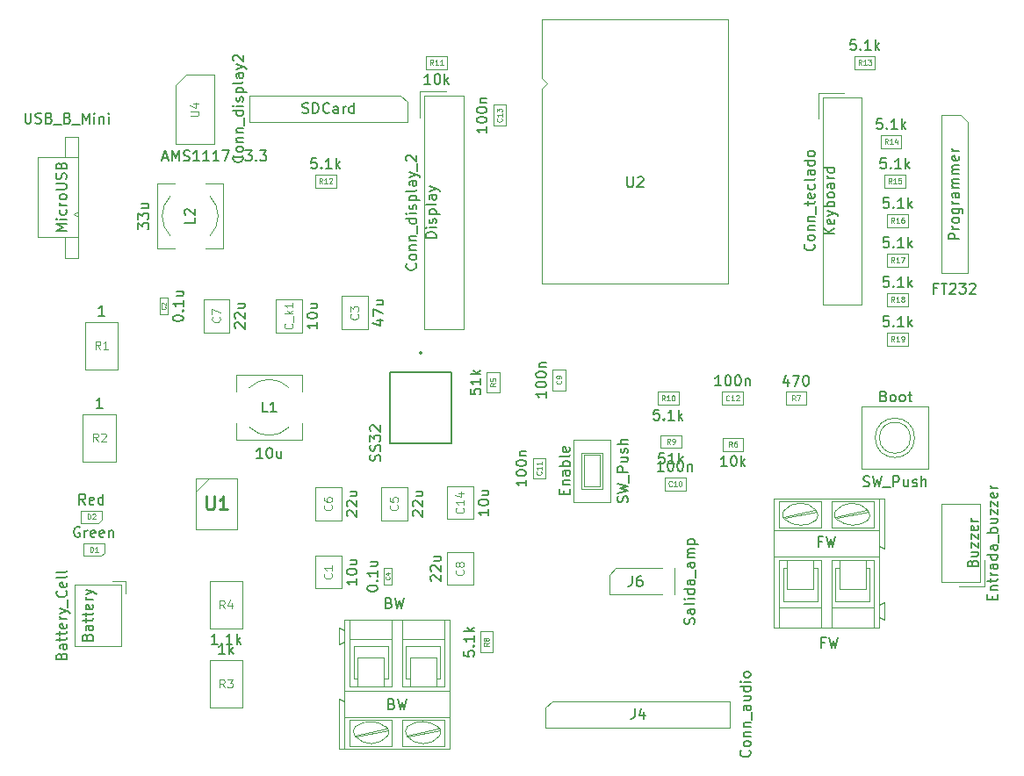
<source format=gbr>
G04 #@! TF.GenerationSoftware,KiCad,Pcbnew,(6.0.4)*
G04 #@! TF.CreationDate,2022-05-20T18:13:48-05:00*
G04 #@! TF.ProjectId,REEL,5245454c-2e6b-4696-9361-645f70636258,rev?*
G04 #@! TF.SameCoordinates,Original*
G04 #@! TF.FileFunction,AssemblyDrawing,Top*
%FSLAX46Y46*%
G04 Gerber Fmt 4.6, Leading zero omitted, Abs format (unit mm)*
G04 Created by KiCad (PCBNEW (6.0.4)) date 2022-05-20 18:13:48*
%MOMM*%
%LPD*%
G01*
G04 APERTURE LIST*
%ADD10C,0.150000*%
%ADD11C,0.080000*%
%ADD12C,0.060000*%
%ADD13C,0.120000*%
%ADD14C,0.254000*%
%ADD15C,0.100000*%
%ADD16C,0.127000*%
%ADD17C,0.200000*%
G04 APERTURE END LIST*
D10*
X85132380Y-92691547D02*
X85132380Y-93262976D01*
X85132380Y-92977261D02*
X84132380Y-92977261D01*
X84275238Y-93072500D01*
X84370476Y-93167738D01*
X84418095Y-93262976D01*
X84132380Y-92072500D02*
X84132380Y-91977261D01*
X84180000Y-91882023D01*
X84227619Y-91834404D01*
X84322857Y-91786785D01*
X84513333Y-91739166D01*
X84751428Y-91739166D01*
X84941904Y-91786785D01*
X85037142Y-91834404D01*
X85084761Y-91882023D01*
X85132380Y-91977261D01*
X85132380Y-92072500D01*
X85084761Y-92167738D01*
X85037142Y-92215357D01*
X84941904Y-92262976D01*
X84751428Y-92310595D01*
X84513333Y-92310595D01*
X84322857Y-92262976D01*
X84227619Y-92215357D01*
X84180000Y-92167738D01*
X84132380Y-92072500D01*
X84132380Y-91120119D02*
X84132380Y-91024880D01*
X84180000Y-90929642D01*
X84227619Y-90882023D01*
X84322857Y-90834404D01*
X84513333Y-90786785D01*
X84751428Y-90786785D01*
X84941904Y-90834404D01*
X85037142Y-90882023D01*
X85084761Y-90929642D01*
X85132380Y-91024880D01*
X85132380Y-91120119D01*
X85084761Y-91215357D01*
X85037142Y-91262976D01*
X84941904Y-91310595D01*
X84751428Y-91358214D01*
X84513333Y-91358214D01*
X84322857Y-91310595D01*
X84227619Y-91262976D01*
X84180000Y-91215357D01*
X84132380Y-91120119D01*
X84465714Y-90358214D02*
X85132380Y-90358214D01*
X84560952Y-90358214D02*
X84513333Y-90310595D01*
X84465714Y-90215357D01*
X84465714Y-90072500D01*
X84513333Y-89977261D01*
X84608571Y-89929642D01*
X85132380Y-89929642D01*
D11*
X86538571Y-91655833D02*
X86562380Y-91679642D01*
X86586190Y-91751071D01*
X86586190Y-91798690D01*
X86562380Y-91870119D01*
X86514761Y-91917738D01*
X86467142Y-91941547D01*
X86371904Y-91965357D01*
X86300476Y-91965357D01*
X86205238Y-91941547D01*
X86157619Y-91917738D01*
X86110000Y-91870119D01*
X86086190Y-91798690D01*
X86086190Y-91751071D01*
X86110000Y-91679642D01*
X86133809Y-91655833D01*
X86586190Y-91417738D02*
X86586190Y-91322500D01*
X86562380Y-91274880D01*
X86538571Y-91251071D01*
X86467142Y-91203452D01*
X86371904Y-91179642D01*
X86181428Y-91179642D01*
X86133809Y-91203452D01*
X86110000Y-91227261D01*
X86086190Y-91274880D01*
X86086190Y-91370119D01*
X86110000Y-91417738D01*
X86133809Y-91441547D01*
X86181428Y-91465357D01*
X86300476Y-91465357D01*
X86348095Y-91441547D01*
X86371904Y-91417738D01*
X86395714Y-91370119D01*
X86395714Y-91274880D01*
X86371904Y-91227261D01*
X86348095Y-91203452D01*
X86300476Y-91179642D01*
D10*
X49142380Y-85669285D02*
X49142380Y-85574047D01*
X49190000Y-85478809D01*
X49237619Y-85431190D01*
X49332857Y-85383571D01*
X49523333Y-85335952D01*
X49761428Y-85335952D01*
X49951904Y-85383571D01*
X50047142Y-85431190D01*
X50094761Y-85478809D01*
X50142380Y-85574047D01*
X50142380Y-85669285D01*
X50094761Y-85764523D01*
X50047142Y-85812142D01*
X49951904Y-85859761D01*
X49761428Y-85907380D01*
X49523333Y-85907380D01*
X49332857Y-85859761D01*
X49237619Y-85812142D01*
X49190000Y-85764523D01*
X49142380Y-85669285D01*
X50047142Y-84907380D02*
X50094761Y-84859761D01*
X50142380Y-84907380D01*
X50094761Y-84955000D01*
X50047142Y-84907380D01*
X50142380Y-84907380D01*
X50142380Y-83907380D02*
X50142380Y-84478809D01*
X50142380Y-84193095D02*
X49142380Y-84193095D01*
X49285238Y-84288333D01*
X49380476Y-84383571D01*
X49428095Y-84478809D01*
X49475714Y-83050238D02*
X50142380Y-83050238D01*
X49475714Y-83478809D02*
X49999523Y-83478809D01*
X50094761Y-83431190D01*
X50142380Y-83335952D01*
X50142380Y-83193095D01*
X50094761Y-83097857D01*
X50047142Y-83050238D01*
D12*
X48402857Y-84521666D02*
X48421904Y-84540714D01*
X48440952Y-84597857D01*
X48440952Y-84635952D01*
X48421904Y-84693095D01*
X48383809Y-84731190D01*
X48345714Y-84750238D01*
X48269523Y-84769285D01*
X48212380Y-84769285D01*
X48136190Y-84750238D01*
X48098095Y-84731190D01*
X48060000Y-84693095D01*
X48040952Y-84635952D01*
X48040952Y-84597857D01*
X48060000Y-84540714D01*
X48079047Y-84521666D01*
X48079047Y-84369285D02*
X48060000Y-84350238D01*
X48040952Y-84312142D01*
X48040952Y-84216904D01*
X48060000Y-84178809D01*
X48079047Y-84159761D01*
X48117142Y-84140714D01*
X48155238Y-84140714D01*
X48212380Y-84159761D01*
X48440952Y-84388333D01*
X48440952Y-84140714D01*
D10*
X48162600Y-70161866D02*
X48638790Y-70161866D01*
X48067361Y-70447580D02*
X48400695Y-69447580D01*
X48734028Y-70447580D01*
X49067361Y-70447580D02*
X49067361Y-69447580D01*
X49400695Y-70161866D01*
X49734028Y-69447580D01*
X49734028Y-70447580D01*
X50162600Y-70399961D02*
X50305457Y-70447580D01*
X50543552Y-70447580D01*
X50638790Y-70399961D01*
X50686409Y-70352342D01*
X50734028Y-70257104D01*
X50734028Y-70161866D01*
X50686409Y-70066628D01*
X50638790Y-70019009D01*
X50543552Y-69971390D01*
X50353076Y-69923771D01*
X50257838Y-69876152D01*
X50210219Y-69828533D01*
X50162600Y-69733295D01*
X50162600Y-69638057D01*
X50210219Y-69542819D01*
X50257838Y-69495200D01*
X50353076Y-69447580D01*
X50591171Y-69447580D01*
X50734028Y-69495200D01*
X51686409Y-70447580D02*
X51114980Y-70447580D01*
X51400695Y-70447580D02*
X51400695Y-69447580D01*
X51305457Y-69590438D01*
X51210219Y-69685676D01*
X51114980Y-69733295D01*
X52638790Y-70447580D02*
X52067361Y-70447580D01*
X52353076Y-70447580D02*
X52353076Y-69447580D01*
X52257838Y-69590438D01*
X52162600Y-69685676D01*
X52067361Y-69733295D01*
X53591171Y-70447580D02*
X53019742Y-70447580D01*
X53305457Y-70447580D02*
X53305457Y-69447580D01*
X53210219Y-69590438D01*
X53114980Y-69685676D01*
X53019742Y-69733295D01*
X53924504Y-69447580D02*
X54591171Y-69447580D01*
X54162599Y-70447580D01*
X54972123Y-70066628D02*
X55734028Y-70066628D01*
X56114980Y-69447580D02*
X56734028Y-69447580D01*
X56400695Y-69828533D01*
X56543552Y-69828533D01*
X56638790Y-69876152D01*
X56686409Y-69923771D01*
X56734028Y-70019009D01*
X56734028Y-70257104D01*
X56686409Y-70352342D01*
X56638790Y-70399961D01*
X56543552Y-70447580D01*
X56257838Y-70447580D01*
X56162599Y-70399961D01*
X56114980Y-70352342D01*
X57162600Y-70352342D02*
X57210219Y-70399961D01*
X57162600Y-70447580D01*
X57114980Y-70399961D01*
X57162600Y-70352342D01*
X57162600Y-70447580D01*
X57543552Y-69447580D02*
X58162599Y-69447580D01*
X57829266Y-69828533D01*
X57972123Y-69828533D01*
X58067361Y-69876152D01*
X58114980Y-69923771D01*
X58162599Y-70019009D01*
X58162599Y-70257104D01*
X58114980Y-70352342D01*
X58067361Y-70399961D01*
X57972123Y-70447580D01*
X57686409Y-70447580D01*
X57591171Y-70399961D01*
X57543552Y-70352342D01*
D13*
X50819504Y-66104723D02*
X51467123Y-66104723D01*
X51543314Y-66066628D01*
X51581409Y-66028533D01*
X51619504Y-65952342D01*
X51619504Y-65799961D01*
X51581409Y-65723771D01*
X51543314Y-65685676D01*
X51467123Y-65647580D01*
X50819504Y-65647580D01*
X51086171Y-64923771D02*
X51619504Y-64923771D01*
X50781409Y-65114247D02*
X51352838Y-65304723D01*
X51352838Y-64809485D01*
D10*
X73969761Y-63062380D02*
X73398333Y-63062380D01*
X73684047Y-63062380D02*
X73684047Y-62062380D01*
X73588809Y-62205238D01*
X73493571Y-62300476D01*
X73398333Y-62348095D01*
X74588809Y-62062380D02*
X74684047Y-62062380D01*
X74779285Y-62110000D01*
X74826904Y-62157619D01*
X74874523Y-62252857D01*
X74922142Y-62443333D01*
X74922142Y-62681428D01*
X74874523Y-62871904D01*
X74826904Y-62967142D01*
X74779285Y-63014761D01*
X74684047Y-63062380D01*
X74588809Y-63062380D01*
X74493571Y-63014761D01*
X74445952Y-62967142D01*
X74398333Y-62871904D01*
X74350714Y-62681428D01*
X74350714Y-62443333D01*
X74398333Y-62252857D01*
X74445952Y-62157619D01*
X74493571Y-62110000D01*
X74588809Y-62062380D01*
X75350714Y-63062380D02*
X75350714Y-62062380D01*
X75445952Y-62681428D02*
X75731666Y-63062380D01*
X75731666Y-62395714D02*
X75350714Y-62776666D01*
D11*
X74243571Y-61186190D02*
X74076904Y-60948095D01*
X73957857Y-61186190D02*
X73957857Y-60686190D01*
X74148333Y-60686190D01*
X74195952Y-60710000D01*
X74219761Y-60733809D01*
X74243571Y-60781428D01*
X74243571Y-60852857D01*
X74219761Y-60900476D01*
X74195952Y-60924285D01*
X74148333Y-60948095D01*
X73957857Y-60948095D01*
X74719761Y-61186190D02*
X74434047Y-61186190D01*
X74576904Y-61186190D02*
X74576904Y-60686190D01*
X74529285Y-60757619D01*
X74481666Y-60805238D01*
X74434047Y-60829047D01*
X75195952Y-61186190D02*
X74910238Y-61186190D01*
X75053095Y-61186190D02*
X75053095Y-60686190D01*
X75005476Y-60757619D01*
X74957857Y-60805238D01*
X74910238Y-60829047D01*
D10*
X96512142Y-98622380D02*
X96035952Y-98622380D01*
X95988333Y-99098571D01*
X96035952Y-99050952D01*
X96131190Y-99003333D01*
X96369285Y-99003333D01*
X96464523Y-99050952D01*
X96512142Y-99098571D01*
X96559761Y-99193809D01*
X96559761Y-99431904D01*
X96512142Y-99527142D01*
X96464523Y-99574761D01*
X96369285Y-99622380D01*
X96131190Y-99622380D01*
X96035952Y-99574761D01*
X95988333Y-99527142D01*
X97512142Y-99622380D02*
X96940714Y-99622380D01*
X97226428Y-99622380D02*
X97226428Y-98622380D01*
X97131190Y-98765238D01*
X97035952Y-98860476D01*
X96940714Y-98908095D01*
X97940714Y-99622380D02*
X97940714Y-98622380D01*
X98035952Y-99241428D02*
X98321666Y-99622380D01*
X98321666Y-98955714D02*
X97940714Y-99336666D01*
D11*
X97071666Y-97746190D02*
X96905000Y-97508095D01*
X96785952Y-97746190D02*
X96785952Y-97246190D01*
X96976428Y-97246190D01*
X97024047Y-97270000D01*
X97047857Y-97293809D01*
X97071666Y-97341428D01*
X97071666Y-97412857D01*
X97047857Y-97460476D01*
X97024047Y-97484285D01*
X96976428Y-97508095D01*
X96785952Y-97508095D01*
X97309761Y-97746190D02*
X97405000Y-97746190D01*
X97452619Y-97722380D01*
X97476428Y-97698571D01*
X97524047Y-97627142D01*
X97547857Y-97531904D01*
X97547857Y-97341428D01*
X97524047Y-97293809D01*
X97500238Y-97270000D01*
X97452619Y-97246190D01*
X97357380Y-97246190D01*
X97309761Y-97270000D01*
X97285952Y-97293809D01*
X97262142Y-97341428D01*
X97262142Y-97460476D01*
X97285952Y-97508095D01*
X97309761Y-97531904D01*
X97357380Y-97555714D01*
X97452619Y-97555714D01*
X97500238Y-97531904D01*
X97524047Y-97508095D01*
X97547857Y-97460476D01*
D10*
X111981428Y-116898571D02*
X111648095Y-116898571D01*
X111648095Y-117422380D02*
X111648095Y-116422380D01*
X112124285Y-116422380D01*
X112410000Y-116422380D02*
X112648095Y-117422380D01*
X112838571Y-116708095D01*
X113029047Y-117422380D01*
X113267142Y-116422380D01*
X111701428Y-107148571D02*
X111368095Y-107148571D01*
X111368095Y-107672380D02*
X111368095Y-106672380D01*
X111844285Y-106672380D01*
X112130000Y-106672380D02*
X112368095Y-107672380D01*
X112558571Y-106958095D01*
X112749047Y-107672380D01*
X112987142Y-106672380D01*
X104727142Y-127301190D02*
X104774761Y-127348809D01*
X104822380Y-127491666D01*
X104822380Y-127586904D01*
X104774761Y-127729761D01*
X104679523Y-127825000D01*
X104584285Y-127872619D01*
X104393809Y-127920238D01*
X104250952Y-127920238D01*
X104060476Y-127872619D01*
X103965238Y-127825000D01*
X103870000Y-127729761D01*
X103822380Y-127586904D01*
X103822380Y-127491666D01*
X103870000Y-127348809D01*
X103917619Y-127301190D01*
X104822380Y-126729761D02*
X104774761Y-126825000D01*
X104727142Y-126872619D01*
X104631904Y-126920238D01*
X104346190Y-126920238D01*
X104250952Y-126872619D01*
X104203333Y-126825000D01*
X104155714Y-126729761D01*
X104155714Y-126586904D01*
X104203333Y-126491666D01*
X104250952Y-126444047D01*
X104346190Y-126396428D01*
X104631904Y-126396428D01*
X104727142Y-126444047D01*
X104774761Y-126491666D01*
X104822380Y-126586904D01*
X104822380Y-126729761D01*
X104155714Y-125967857D02*
X104822380Y-125967857D01*
X104250952Y-125967857D02*
X104203333Y-125920238D01*
X104155714Y-125825000D01*
X104155714Y-125682142D01*
X104203333Y-125586904D01*
X104298571Y-125539285D01*
X104822380Y-125539285D01*
X104155714Y-125063095D02*
X104822380Y-125063095D01*
X104250952Y-125063095D02*
X104203333Y-125015476D01*
X104155714Y-124920238D01*
X104155714Y-124777380D01*
X104203333Y-124682142D01*
X104298571Y-124634523D01*
X104822380Y-124634523D01*
X104917619Y-124396428D02*
X104917619Y-123634523D01*
X104822380Y-122967857D02*
X104298571Y-122967857D01*
X104203333Y-123015476D01*
X104155714Y-123110714D01*
X104155714Y-123301190D01*
X104203333Y-123396428D01*
X104774761Y-122967857D02*
X104822380Y-123063095D01*
X104822380Y-123301190D01*
X104774761Y-123396428D01*
X104679523Y-123444047D01*
X104584285Y-123444047D01*
X104489047Y-123396428D01*
X104441428Y-123301190D01*
X104441428Y-123063095D01*
X104393809Y-122967857D01*
X104155714Y-122063095D02*
X104822380Y-122063095D01*
X104155714Y-122491666D02*
X104679523Y-122491666D01*
X104774761Y-122444047D01*
X104822380Y-122348809D01*
X104822380Y-122205952D01*
X104774761Y-122110714D01*
X104727142Y-122063095D01*
X104822380Y-121158333D02*
X103822380Y-121158333D01*
X104774761Y-121158333D02*
X104822380Y-121253571D01*
X104822380Y-121444047D01*
X104774761Y-121539285D01*
X104727142Y-121586904D01*
X104631904Y-121634523D01*
X104346190Y-121634523D01*
X104250952Y-121586904D01*
X104203333Y-121539285D01*
X104155714Y-121444047D01*
X104155714Y-121253571D01*
X104203333Y-121158333D01*
X104822380Y-120682142D02*
X104155714Y-120682142D01*
X103822380Y-120682142D02*
X103870000Y-120729761D01*
X103917619Y-120682142D01*
X103870000Y-120634523D01*
X103822380Y-120682142D01*
X103917619Y-120682142D01*
X104822380Y-120063095D02*
X104774761Y-120158333D01*
X104727142Y-120205952D01*
X104631904Y-120253571D01*
X104346190Y-120253571D01*
X104250952Y-120205952D01*
X104203333Y-120158333D01*
X104155714Y-120063095D01*
X104155714Y-119920238D01*
X104203333Y-119825000D01*
X104250952Y-119777380D01*
X104346190Y-119729761D01*
X104631904Y-119729761D01*
X104727142Y-119777380D01*
X104774761Y-119825000D01*
X104822380Y-119920238D01*
X104822380Y-120063095D01*
X93646666Y-123277380D02*
X93646666Y-123991666D01*
X93599047Y-124134523D01*
X93503809Y-124229761D01*
X93360952Y-124277380D01*
X93265714Y-124277380D01*
X94551428Y-123610714D02*
X94551428Y-124277380D01*
X94313333Y-123229761D02*
X94075238Y-123944047D01*
X94694285Y-123944047D01*
X102544761Y-99892380D02*
X101973333Y-99892380D01*
X102259047Y-99892380D02*
X102259047Y-98892380D01*
X102163809Y-99035238D01*
X102068571Y-99130476D01*
X101973333Y-99178095D01*
X103163809Y-98892380D02*
X103259047Y-98892380D01*
X103354285Y-98940000D01*
X103401904Y-98987619D01*
X103449523Y-99082857D01*
X103497142Y-99273333D01*
X103497142Y-99511428D01*
X103449523Y-99701904D01*
X103401904Y-99797142D01*
X103354285Y-99844761D01*
X103259047Y-99892380D01*
X103163809Y-99892380D01*
X103068571Y-99844761D01*
X103020952Y-99797142D01*
X102973333Y-99701904D01*
X102925714Y-99511428D01*
X102925714Y-99273333D01*
X102973333Y-99082857D01*
X103020952Y-98987619D01*
X103068571Y-98940000D01*
X103163809Y-98892380D01*
X103925714Y-99892380D02*
X103925714Y-98892380D01*
X104020952Y-99511428D02*
X104306666Y-99892380D01*
X104306666Y-99225714D02*
X103925714Y-99606666D01*
D11*
X103056666Y-98016190D02*
X102890000Y-97778095D01*
X102770952Y-98016190D02*
X102770952Y-97516190D01*
X102961428Y-97516190D01*
X103009047Y-97540000D01*
X103032857Y-97563809D01*
X103056666Y-97611428D01*
X103056666Y-97682857D01*
X103032857Y-97730476D01*
X103009047Y-97754285D01*
X102961428Y-97778095D01*
X102770952Y-97778095D01*
X103485238Y-97516190D02*
X103390000Y-97516190D01*
X103342380Y-97540000D01*
X103318571Y-97563809D01*
X103270952Y-97635238D01*
X103247142Y-97730476D01*
X103247142Y-97920952D01*
X103270952Y-97968571D01*
X103294761Y-97992380D01*
X103342380Y-98016190D01*
X103437619Y-98016190D01*
X103485238Y-97992380D01*
X103509047Y-97968571D01*
X103532857Y-97920952D01*
X103532857Y-97801904D01*
X103509047Y-97754285D01*
X103485238Y-97730476D01*
X103437619Y-97706666D01*
X103342380Y-97706666D01*
X103294761Y-97730476D01*
X103270952Y-97754285D01*
X103247142Y-97801904D01*
D10*
X108458095Y-91480714D02*
X108458095Y-92147380D01*
X108220000Y-91099761D02*
X107981904Y-91814047D01*
X108600952Y-91814047D01*
X108886666Y-91147380D02*
X109553333Y-91147380D01*
X109124761Y-92147380D01*
X110124761Y-91147380D02*
X110220000Y-91147380D01*
X110315238Y-91195000D01*
X110362857Y-91242619D01*
X110410476Y-91337857D01*
X110458095Y-91528333D01*
X110458095Y-91766428D01*
X110410476Y-91956904D01*
X110362857Y-92052142D01*
X110315238Y-92099761D01*
X110220000Y-92147380D01*
X110124761Y-92147380D01*
X110029523Y-92099761D01*
X109981904Y-92052142D01*
X109934285Y-91956904D01*
X109886666Y-91766428D01*
X109886666Y-91528333D01*
X109934285Y-91337857D01*
X109981904Y-91242619D01*
X110029523Y-91195000D01*
X110124761Y-91147380D01*
D11*
X109136666Y-93571190D02*
X108970000Y-93333095D01*
X108850952Y-93571190D02*
X108850952Y-93071190D01*
X109041428Y-93071190D01*
X109089047Y-93095000D01*
X109112857Y-93118809D01*
X109136666Y-93166428D01*
X109136666Y-93237857D01*
X109112857Y-93285476D01*
X109089047Y-93309285D01*
X109041428Y-93333095D01*
X108850952Y-93333095D01*
X109303333Y-93071190D02*
X109636666Y-93071190D01*
X109422380Y-93571190D01*
D10*
X55812142Y-69952619D02*
X55859761Y-70000238D01*
X55907380Y-70143095D01*
X55907380Y-70238333D01*
X55859761Y-70381190D01*
X55764523Y-70476428D01*
X55669285Y-70524047D01*
X55478809Y-70571666D01*
X55335952Y-70571666D01*
X55145476Y-70524047D01*
X55050238Y-70476428D01*
X54955000Y-70381190D01*
X54907380Y-70238333D01*
X54907380Y-70143095D01*
X54955000Y-70000238D01*
X55002619Y-69952619D01*
X55907380Y-69381190D02*
X55859761Y-69476428D01*
X55812142Y-69524047D01*
X55716904Y-69571666D01*
X55431190Y-69571666D01*
X55335952Y-69524047D01*
X55288333Y-69476428D01*
X55240714Y-69381190D01*
X55240714Y-69238333D01*
X55288333Y-69143095D01*
X55335952Y-69095476D01*
X55431190Y-69047857D01*
X55716904Y-69047857D01*
X55812142Y-69095476D01*
X55859761Y-69143095D01*
X55907380Y-69238333D01*
X55907380Y-69381190D01*
X55240714Y-68619285D02*
X55907380Y-68619285D01*
X55335952Y-68619285D02*
X55288333Y-68571666D01*
X55240714Y-68476428D01*
X55240714Y-68333571D01*
X55288333Y-68238333D01*
X55383571Y-68190714D01*
X55907380Y-68190714D01*
X55240714Y-67714523D02*
X55907380Y-67714523D01*
X55335952Y-67714523D02*
X55288333Y-67666904D01*
X55240714Y-67571666D01*
X55240714Y-67428809D01*
X55288333Y-67333571D01*
X55383571Y-67285952D01*
X55907380Y-67285952D01*
X56002619Y-67047857D02*
X56002619Y-66285952D01*
X55907380Y-65619285D02*
X54907380Y-65619285D01*
X55859761Y-65619285D02*
X55907380Y-65714523D01*
X55907380Y-65905000D01*
X55859761Y-66000238D01*
X55812142Y-66047857D01*
X55716904Y-66095476D01*
X55431190Y-66095476D01*
X55335952Y-66047857D01*
X55288333Y-66000238D01*
X55240714Y-65905000D01*
X55240714Y-65714523D01*
X55288333Y-65619285D01*
X55907380Y-65143095D02*
X55240714Y-65143095D01*
X54907380Y-65143095D02*
X54955000Y-65190714D01*
X55002619Y-65143095D01*
X54955000Y-65095476D01*
X54907380Y-65143095D01*
X55002619Y-65143095D01*
X55859761Y-64714523D02*
X55907380Y-64619285D01*
X55907380Y-64428809D01*
X55859761Y-64333571D01*
X55764523Y-64285952D01*
X55716904Y-64285952D01*
X55621666Y-64333571D01*
X55574047Y-64428809D01*
X55574047Y-64571666D01*
X55526428Y-64666904D01*
X55431190Y-64714523D01*
X55383571Y-64714523D01*
X55288333Y-64666904D01*
X55240714Y-64571666D01*
X55240714Y-64428809D01*
X55288333Y-64333571D01*
X55240714Y-63857380D02*
X56240714Y-63857380D01*
X55288333Y-63857380D02*
X55240714Y-63762142D01*
X55240714Y-63571666D01*
X55288333Y-63476428D01*
X55335952Y-63428809D01*
X55431190Y-63381190D01*
X55716904Y-63381190D01*
X55812142Y-63428809D01*
X55859761Y-63476428D01*
X55907380Y-63571666D01*
X55907380Y-63762142D01*
X55859761Y-63857380D01*
X55907380Y-62809761D02*
X55859761Y-62905000D01*
X55764523Y-62952619D01*
X54907380Y-62952619D01*
X55907380Y-62000238D02*
X55383571Y-62000238D01*
X55288333Y-62047857D01*
X55240714Y-62143095D01*
X55240714Y-62333571D01*
X55288333Y-62428809D01*
X55859761Y-62000238D02*
X55907380Y-62095476D01*
X55907380Y-62333571D01*
X55859761Y-62428809D01*
X55764523Y-62476428D01*
X55669285Y-62476428D01*
X55574047Y-62428809D01*
X55526428Y-62333571D01*
X55526428Y-62095476D01*
X55478809Y-62000238D01*
X55240714Y-61619285D02*
X55907380Y-61381190D01*
X55240714Y-61143095D02*
X55907380Y-61381190D01*
X56145476Y-61476428D01*
X56193095Y-61524047D01*
X56240714Y-61619285D01*
X55002619Y-60809761D02*
X54955000Y-60762142D01*
X54907380Y-60666904D01*
X54907380Y-60428809D01*
X54955000Y-60333571D01*
X55002619Y-60285952D01*
X55097857Y-60238333D01*
X55193095Y-60238333D01*
X55335952Y-60285952D01*
X55907380Y-60857380D01*
X55907380Y-60238333D01*
X61635000Y-65809761D02*
X61777857Y-65857380D01*
X62015952Y-65857380D01*
X62111190Y-65809761D01*
X62158809Y-65762142D01*
X62206428Y-65666904D01*
X62206428Y-65571666D01*
X62158809Y-65476428D01*
X62111190Y-65428809D01*
X62015952Y-65381190D01*
X61825476Y-65333571D01*
X61730238Y-65285952D01*
X61682619Y-65238333D01*
X61635000Y-65143095D01*
X61635000Y-65047857D01*
X61682619Y-64952619D01*
X61730238Y-64905000D01*
X61825476Y-64857380D01*
X62063571Y-64857380D01*
X62206428Y-64905000D01*
X62635000Y-65857380D02*
X62635000Y-64857380D01*
X62873095Y-64857380D01*
X63015952Y-64905000D01*
X63111190Y-65000238D01*
X63158809Y-65095476D01*
X63206428Y-65285952D01*
X63206428Y-65428809D01*
X63158809Y-65619285D01*
X63111190Y-65714523D01*
X63015952Y-65809761D01*
X62873095Y-65857380D01*
X62635000Y-65857380D01*
X64206428Y-65762142D02*
X64158809Y-65809761D01*
X64015952Y-65857380D01*
X63920714Y-65857380D01*
X63777857Y-65809761D01*
X63682619Y-65714523D01*
X63635000Y-65619285D01*
X63587380Y-65428809D01*
X63587380Y-65285952D01*
X63635000Y-65095476D01*
X63682619Y-65000238D01*
X63777857Y-64905000D01*
X63920714Y-64857380D01*
X64015952Y-64857380D01*
X64158809Y-64905000D01*
X64206428Y-64952619D01*
X65063571Y-65857380D02*
X65063571Y-65333571D01*
X65015952Y-65238333D01*
X64920714Y-65190714D01*
X64730238Y-65190714D01*
X64635000Y-65238333D01*
X65063571Y-65809761D02*
X64968333Y-65857380D01*
X64730238Y-65857380D01*
X64635000Y-65809761D01*
X64587380Y-65714523D01*
X64587380Y-65619285D01*
X64635000Y-65524047D01*
X64730238Y-65476428D01*
X64968333Y-65476428D01*
X65063571Y-65428809D01*
X65539761Y-65857380D02*
X65539761Y-65190714D01*
X65539761Y-65381190D02*
X65587380Y-65285952D01*
X65635000Y-65238333D01*
X65730238Y-65190714D01*
X65825476Y-65190714D01*
X66587380Y-65857380D02*
X66587380Y-64857380D01*
X66587380Y-65809761D02*
X66492142Y-65857380D01*
X66301666Y-65857380D01*
X66206428Y-65809761D01*
X66158809Y-65762142D01*
X66111190Y-65666904D01*
X66111190Y-65381190D01*
X66158809Y-65285952D01*
X66206428Y-65238333D01*
X66301666Y-65190714D01*
X66492142Y-65190714D01*
X66587380Y-65238333D01*
X99389961Y-115118638D02*
X99437580Y-114975780D01*
X99437580Y-114737685D01*
X99389961Y-114642447D01*
X99342342Y-114594828D01*
X99247104Y-114547209D01*
X99151866Y-114547209D01*
X99056628Y-114594828D01*
X99009009Y-114642447D01*
X98961390Y-114737685D01*
X98913771Y-114928161D01*
X98866152Y-115023400D01*
X98818533Y-115071019D01*
X98723295Y-115118638D01*
X98628057Y-115118638D01*
X98532819Y-115071019D01*
X98485200Y-115023400D01*
X98437580Y-114928161D01*
X98437580Y-114690066D01*
X98485200Y-114547209D01*
X99437580Y-113690066D02*
X98913771Y-113690066D01*
X98818533Y-113737685D01*
X98770914Y-113832923D01*
X98770914Y-114023400D01*
X98818533Y-114118638D01*
X99389961Y-113690066D02*
X99437580Y-113785304D01*
X99437580Y-114023400D01*
X99389961Y-114118638D01*
X99294723Y-114166257D01*
X99199485Y-114166257D01*
X99104247Y-114118638D01*
X99056628Y-114023400D01*
X99056628Y-113785304D01*
X99009009Y-113690066D01*
X99437580Y-113071019D02*
X99389961Y-113166257D01*
X99294723Y-113213876D01*
X98437580Y-113213876D01*
X99437580Y-112690066D02*
X98770914Y-112690066D01*
X98437580Y-112690066D02*
X98485200Y-112737685D01*
X98532819Y-112690066D01*
X98485200Y-112642447D01*
X98437580Y-112690066D01*
X98532819Y-112690066D01*
X99437580Y-111785304D02*
X98437580Y-111785304D01*
X99389961Y-111785304D02*
X99437580Y-111880542D01*
X99437580Y-112071019D01*
X99389961Y-112166257D01*
X99342342Y-112213876D01*
X99247104Y-112261495D01*
X98961390Y-112261495D01*
X98866152Y-112213876D01*
X98818533Y-112166257D01*
X98770914Y-112071019D01*
X98770914Y-111880542D01*
X98818533Y-111785304D01*
X99437580Y-110880542D02*
X98913771Y-110880542D01*
X98818533Y-110928161D01*
X98770914Y-111023400D01*
X98770914Y-111213876D01*
X98818533Y-111309114D01*
X99389961Y-110880542D02*
X99437580Y-110975780D01*
X99437580Y-111213876D01*
X99389961Y-111309114D01*
X99294723Y-111356733D01*
X99199485Y-111356733D01*
X99104247Y-111309114D01*
X99056628Y-111213876D01*
X99056628Y-110975780D01*
X99009009Y-110880542D01*
X99532819Y-110642447D02*
X99532819Y-109880542D01*
X99437580Y-109213876D02*
X98913771Y-109213876D01*
X98818533Y-109261495D01*
X98770914Y-109356733D01*
X98770914Y-109547209D01*
X98818533Y-109642447D01*
X99389961Y-109213876D02*
X99437580Y-109309114D01*
X99437580Y-109547209D01*
X99389961Y-109642447D01*
X99294723Y-109690066D01*
X99199485Y-109690066D01*
X99104247Y-109642447D01*
X99056628Y-109547209D01*
X99056628Y-109309114D01*
X99009009Y-109213876D01*
X99437580Y-108737685D02*
X98770914Y-108737685D01*
X98866152Y-108737685D02*
X98818533Y-108690066D01*
X98770914Y-108594828D01*
X98770914Y-108451971D01*
X98818533Y-108356733D01*
X98913771Y-108309114D01*
X99437580Y-108309114D01*
X98913771Y-108309114D02*
X98818533Y-108261495D01*
X98770914Y-108166257D01*
X98770914Y-108023400D01*
X98818533Y-107928161D01*
X98913771Y-107880542D01*
X99437580Y-107880542D01*
X98770914Y-107404352D02*
X99770914Y-107404352D01*
X98818533Y-107404352D02*
X98770914Y-107309114D01*
X98770914Y-107118638D01*
X98818533Y-107023400D01*
X98866152Y-106975780D01*
X98961390Y-106928161D01*
X99247104Y-106928161D01*
X99342342Y-106975780D01*
X99389961Y-107023400D01*
X99437580Y-107118638D01*
X99437580Y-107309114D01*
X99389961Y-107404352D01*
X93411866Y-110475780D02*
X93411866Y-111190066D01*
X93364247Y-111332923D01*
X93269009Y-111428161D01*
X93126152Y-111475780D01*
X93030914Y-111475780D01*
X94316628Y-110475780D02*
X94126152Y-110475780D01*
X94030914Y-110523400D01*
X93983295Y-110571019D01*
X93888057Y-110713876D01*
X93840438Y-110904352D01*
X93840438Y-111285304D01*
X93888057Y-111380542D01*
X93935676Y-111428161D01*
X94030914Y-111475780D01*
X94221390Y-111475780D01*
X94316628Y-111428161D01*
X94364247Y-111380542D01*
X94411866Y-111285304D01*
X94411866Y-111047209D01*
X94364247Y-110951971D01*
X94316628Y-110904352D01*
X94221390Y-110856733D01*
X94030914Y-110856733D01*
X93935676Y-110904352D01*
X93888057Y-110951971D01*
X93840438Y-111047209D01*
X83227380Y-101216547D02*
X83227380Y-101787976D01*
X83227380Y-101502261D02*
X82227380Y-101502261D01*
X82370238Y-101597500D01*
X82465476Y-101692738D01*
X82513095Y-101787976D01*
X82227380Y-100597500D02*
X82227380Y-100502261D01*
X82275000Y-100407023D01*
X82322619Y-100359404D01*
X82417857Y-100311785D01*
X82608333Y-100264166D01*
X82846428Y-100264166D01*
X83036904Y-100311785D01*
X83132142Y-100359404D01*
X83179761Y-100407023D01*
X83227380Y-100502261D01*
X83227380Y-100597500D01*
X83179761Y-100692738D01*
X83132142Y-100740357D01*
X83036904Y-100787976D01*
X82846428Y-100835595D01*
X82608333Y-100835595D01*
X82417857Y-100787976D01*
X82322619Y-100740357D01*
X82275000Y-100692738D01*
X82227380Y-100597500D01*
X82227380Y-99645119D02*
X82227380Y-99549880D01*
X82275000Y-99454642D01*
X82322619Y-99407023D01*
X82417857Y-99359404D01*
X82608333Y-99311785D01*
X82846428Y-99311785D01*
X83036904Y-99359404D01*
X83132142Y-99407023D01*
X83179761Y-99454642D01*
X83227380Y-99549880D01*
X83227380Y-99645119D01*
X83179761Y-99740357D01*
X83132142Y-99787976D01*
X83036904Y-99835595D01*
X82846428Y-99883214D01*
X82608333Y-99883214D01*
X82417857Y-99835595D01*
X82322619Y-99787976D01*
X82275000Y-99740357D01*
X82227380Y-99645119D01*
X82560714Y-98883214D02*
X83227380Y-98883214D01*
X82655952Y-98883214D02*
X82608333Y-98835595D01*
X82560714Y-98740357D01*
X82560714Y-98597500D01*
X82608333Y-98502261D01*
X82703571Y-98454642D01*
X83227380Y-98454642D01*
D11*
X84633571Y-100418928D02*
X84657380Y-100442738D01*
X84681190Y-100514166D01*
X84681190Y-100561785D01*
X84657380Y-100633214D01*
X84609761Y-100680833D01*
X84562142Y-100704642D01*
X84466904Y-100728452D01*
X84395476Y-100728452D01*
X84300238Y-100704642D01*
X84252619Y-100680833D01*
X84205000Y-100633214D01*
X84181190Y-100561785D01*
X84181190Y-100514166D01*
X84205000Y-100442738D01*
X84228809Y-100418928D01*
X84681190Y-99942738D02*
X84681190Y-100228452D01*
X84681190Y-100085595D02*
X84181190Y-100085595D01*
X84252619Y-100133214D01*
X84300238Y-100180833D01*
X84324047Y-100228452D01*
X84681190Y-99466547D02*
X84681190Y-99752261D01*
X84681190Y-99609404D02*
X84181190Y-99609404D01*
X84252619Y-99657023D01*
X84300238Y-99704642D01*
X84324047Y-99752261D01*
D10*
X101983452Y-92117380D02*
X101412023Y-92117380D01*
X101697738Y-92117380D02*
X101697738Y-91117380D01*
X101602500Y-91260238D01*
X101507261Y-91355476D01*
X101412023Y-91403095D01*
X102602500Y-91117380D02*
X102697738Y-91117380D01*
X102792976Y-91165000D01*
X102840595Y-91212619D01*
X102888214Y-91307857D01*
X102935833Y-91498333D01*
X102935833Y-91736428D01*
X102888214Y-91926904D01*
X102840595Y-92022142D01*
X102792976Y-92069761D01*
X102697738Y-92117380D01*
X102602500Y-92117380D01*
X102507261Y-92069761D01*
X102459642Y-92022142D01*
X102412023Y-91926904D01*
X102364404Y-91736428D01*
X102364404Y-91498333D01*
X102412023Y-91307857D01*
X102459642Y-91212619D01*
X102507261Y-91165000D01*
X102602500Y-91117380D01*
X103554880Y-91117380D02*
X103650119Y-91117380D01*
X103745357Y-91165000D01*
X103792976Y-91212619D01*
X103840595Y-91307857D01*
X103888214Y-91498333D01*
X103888214Y-91736428D01*
X103840595Y-91926904D01*
X103792976Y-92022142D01*
X103745357Y-92069761D01*
X103650119Y-92117380D01*
X103554880Y-92117380D01*
X103459642Y-92069761D01*
X103412023Y-92022142D01*
X103364404Y-91926904D01*
X103316785Y-91736428D01*
X103316785Y-91498333D01*
X103364404Y-91307857D01*
X103412023Y-91212619D01*
X103459642Y-91165000D01*
X103554880Y-91117380D01*
X104316785Y-91450714D02*
X104316785Y-92117380D01*
X104316785Y-91545952D02*
X104364404Y-91498333D01*
X104459642Y-91450714D01*
X104602500Y-91450714D01*
X104697738Y-91498333D01*
X104745357Y-91593571D01*
X104745357Y-92117380D01*
D11*
X102781071Y-93523571D02*
X102757261Y-93547380D01*
X102685833Y-93571190D01*
X102638214Y-93571190D01*
X102566785Y-93547380D01*
X102519166Y-93499761D01*
X102495357Y-93452142D01*
X102471547Y-93356904D01*
X102471547Y-93285476D01*
X102495357Y-93190238D01*
X102519166Y-93142619D01*
X102566785Y-93095000D01*
X102638214Y-93071190D01*
X102685833Y-93071190D01*
X102757261Y-93095000D01*
X102781071Y-93118809D01*
X103257261Y-93571190D02*
X102971547Y-93571190D01*
X103114404Y-93571190D02*
X103114404Y-93071190D01*
X103066785Y-93142619D01*
X103019166Y-93190238D01*
X102971547Y-93214047D01*
X103447738Y-93118809D02*
X103471547Y-93095000D01*
X103519166Y-93071190D01*
X103638214Y-93071190D01*
X103685833Y-93095000D01*
X103709642Y-93118809D01*
X103733452Y-93166428D01*
X103733452Y-93214047D01*
X103709642Y-93285476D01*
X103423928Y-93571190D01*
X103733452Y-93571190D01*
D10*
X40162857Y-105800000D02*
X40067619Y-105752380D01*
X39924761Y-105752380D01*
X39781904Y-105800000D01*
X39686666Y-105895238D01*
X39639047Y-105990476D01*
X39591428Y-106180952D01*
X39591428Y-106323809D01*
X39639047Y-106514285D01*
X39686666Y-106609523D01*
X39781904Y-106704761D01*
X39924761Y-106752380D01*
X40020000Y-106752380D01*
X40162857Y-106704761D01*
X40210476Y-106657142D01*
X40210476Y-106323809D01*
X40020000Y-106323809D01*
X40639047Y-106752380D02*
X40639047Y-106085714D01*
X40639047Y-106276190D02*
X40686666Y-106180952D01*
X40734285Y-106133333D01*
X40829523Y-106085714D01*
X40924761Y-106085714D01*
X41639047Y-106704761D02*
X41543809Y-106752380D01*
X41353333Y-106752380D01*
X41258095Y-106704761D01*
X41210476Y-106609523D01*
X41210476Y-106228571D01*
X41258095Y-106133333D01*
X41353333Y-106085714D01*
X41543809Y-106085714D01*
X41639047Y-106133333D01*
X41686666Y-106228571D01*
X41686666Y-106323809D01*
X41210476Y-106419047D01*
X42496190Y-106704761D02*
X42400952Y-106752380D01*
X42210476Y-106752380D01*
X42115238Y-106704761D01*
X42067619Y-106609523D01*
X42067619Y-106228571D01*
X42115238Y-106133333D01*
X42210476Y-106085714D01*
X42400952Y-106085714D01*
X42496190Y-106133333D01*
X42543809Y-106228571D01*
X42543809Y-106323809D01*
X42067619Y-106419047D01*
X42972380Y-106085714D02*
X42972380Y-106752380D01*
X42972380Y-106180952D02*
X43020000Y-106133333D01*
X43115238Y-106085714D01*
X43258095Y-106085714D01*
X43353333Y-106133333D01*
X43400952Y-106228571D01*
X43400952Y-106752380D01*
D11*
X41150952Y-108176190D02*
X41150952Y-107676190D01*
X41270000Y-107676190D01*
X41341428Y-107700000D01*
X41389047Y-107747619D01*
X41412857Y-107795238D01*
X41436666Y-107890476D01*
X41436666Y-107961904D01*
X41412857Y-108057142D01*
X41389047Y-108104761D01*
X41341428Y-108152380D01*
X41270000Y-108176190D01*
X41150952Y-108176190D01*
X41912857Y-108176190D02*
X41627142Y-108176190D01*
X41770000Y-108176190D02*
X41770000Y-107676190D01*
X41722380Y-107747619D01*
X41674761Y-107795238D01*
X41627142Y-107819047D01*
D10*
X62984047Y-70192380D02*
X62507857Y-70192380D01*
X62460238Y-70668571D01*
X62507857Y-70620952D01*
X62603095Y-70573333D01*
X62841190Y-70573333D01*
X62936428Y-70620952D01*
X62984047Y-70668571D01*
X63031666Y-70763809D01*
X63031666Y-71001904D01*
X62984047Y-71097142D01*
X62936428Y-71144761D01*
X62841190Y-71192380D01*
X62603095Y-71192380D01*
X62507857Y-71144761D01*
X62460238Y-71097142D01*
X63460238Y-71097142D02*
X63507857Y-71144761D01*
X63460238Y-71192380D01*
X63412619Y-71144761D01*
X63460238Y-71097142D01*
X63460238Y-71192380D01*
X64460238Y-71192380D02*
X63888809Y-71192380D01*
X64174523Y-71192380D02*
X64174523Y-70192380D01*
X64079285Y-70335238D01*
X63984047Y-70430476D01*
X63888809Y-70478095D01*
X64888809Y-71192380D02*
X64888809Y-70192380D01*
X64984047Y-70811428D02*
X65269761Y-71192380D01*
X65269761Y-70525714D02*
X64888809Y-70906666D01*
D11*
X63543571Y-72616190D02*
X63376904Y-72378095D01*
X63257857Y-72616190D02*
X63257857Y-72116190D01*
X63448333Y-72116190D01*
X63495952Y-72140000D01*
X63519761Y-72163809D01*
X63543571Y-72211428D01*
X63543571Y-72282857D01*
X63519761Y-72330476D01*
X63495952Y-72354285D01*
X63448333Y-72378095D01*
X63257857Y-72378095D01*
X64019761Y-72616190D02*
X63734047Y-72616190D01*
X63876904Y-72616190D02*
X63876904Y-72116190D01*
X63829285Y-72187619D01*
X63781666Y-72235238D01*
X63734047Y-72259047D01*
X64210238Y-72163809D02*
X64234047Y-72140000D01*
X64281666Y-72116190D01*
X64400714Y-72116190D01*
X64448333Y-72140000D01*
X64472142Y-72163809D01*
X64495952Y-72211428D01*
X64495952Y-72259047D01*
X64472142Y-72330476D01*
X64186428Y-72616190D01*
X64495952Y-72616190D01*
D10*
X42538214Y-85397380D02*
X41966785Y-85397380D01*
X42252500Y-85397380D02*
X42252500Y-84397380D01*
X42157261Y-84540238D01*
X42062023Y-84635476D01*
X41966785Y-84683095D01*
D13*
X42119166Y-88626904D02*
X41852500Y-88245952D01*
X41662023Y-88626904D02*
X41662023Y-87826904D01*
X41966785Y-87826904D01*
X42042976Y-87865000D01*
X42081071Y-87903095D01*
X42119166Y-87979285D01*
X42119166Y-88093571D01*
X42081071Y-88169761D01*
X42042976Y-88207857D01*
X41966785Y-88245952D01*
X41662023Y-88245952D01*
X42881071Y-88626904D02*
X42423928Y-88626904D01*
X42652500Y-88626904D02*
X42652500Y-87826904D01*
X42576309Y-87941190D01*
X42500119Y-88017380D01*
X42423928Y-88055476D01*
D10*
X54148452Y-118027380D02*
X53577023Y-118027380D01*
X53862738Y-118027380D02*
X53862738Y-117027380D01*
X53767500Y-117170238D01*
X53672261Y-117265476D01*
X53577023Y-117313095D01*
X54577023Y-118027380D02*
X54577023Y-117027380D01*
X54672261Y-117646428D02*
X54957976Y-118027380D01*
X54957976Y-117360714D02*
X54577023Y-117741666D01*
D13*
X54134166Y-121256904D02*
X53867500Y-120875952D01*
X53677023Y-121256904D02*
X53677023Y-120456904D01*
X53981785Y-120456904D01*
X54057976Y-120495000D01*
X54096071Y-120533095D01*
X54134166Y-120609285D01*
X54134166Y-120723571D01*
X54096071Y-120799761D01*
X54057976Y-120837857D01*
X53981785Y-120875952D01*
X53677023Y-120875952D01*
X54400833Y-120456904D02*
X54896071Y-120456904D01*
X54629404Y-120761666D01*
X54743690Y-120761666D01*
X54819880Y-120799761D01*
X54857976Y-120837857D01*
X54896071Y-120914047D01*
X54896071Y-121104523D01*
X54857976Y-121180714D01*
X54819880Y-121218809D01*
X54743690Y-121256904D01*
X54515119Y-121256904D01*
X54438928Y-121218809D01*
X54400833Y-121180714D01*
D10*
X67872380Y-111721785D02*
X67872380Y-111626547D01*
X67920000Y-111531309D01*
X67967619Y-111483690D01*
X68062857Y-111436071D01*
X68253333Y-111388452D01*
X68491428Y-111388452D01*
X68681904Y-111436071D01*
X68777142Y-111483690D01*
X68824761Y-111531309D01*
X68872380Y-111626547D01*
X68872380Y-111721785D01*
X68824761Y-111817023D01*
X68777142Y-111864642D01*
X68681904Y-111912261D01*
X68491428Y-111959880D01*
X68253333Y-111959880D01*
X68062857Y-111912261D01*
X67967619Y-111864642D01*
X67920000Y-111817023D01*
X67872380Y-111721785D01*
X68777142Y-110959880D02*
X68824761Y-110912261D01*
X68872380Y-110959880D01*
X68824761Y-111007500D01*
X68777142Y-110959880D01*
X68872380Y-110959880D01*
X68872380Y-109959880D02*
X68872380Y-110531309D01*
X68872380Y-110245595D02*
X67872380Y-110245595D01*
X68015238Y-110340833D01*
X68110476Y-110436071D01*
X68158095Y-110531309D01*
X68205714Y-109102738D02*
X68872380Y-109102738D01*
X68205714Y-109531309D02*
X68729523Y-109531309D01*
X68824761Y-109483690D01*
X68872380Y-109388452D01*
X68872380Y-109245595D01*
X68824761Y-109150357D01*
X68777142Y-109102738D01*
D12*
X69992857Y-110574166D02*
X70011904Y-110593214D01*
X70030952Y-110650357D01*
X70030952Y-110688452D01*
X70011904Y-110745595D01*
X69973809Y-110783690D01*
X69935714Y-110802738D01*
X69859523Y-110821785D01*
X69802380Y-110821785D01*
X69726190Y-110802738D01*
X69688095Y-110783690D01*
X69650000Y-110745595D01*
X69630952Y-110688452D01*
X69630952Y-110650357D01*
X69650000Y-110593214D01*
X69669047Y-110574166D01*
X69764285Y-110231309D02*
X70030952Y-110231309D01*
X69611904Y-110326547D02*
X69897619Y-110421785D01*
X69897619Y-110174166D01*
D10*
X40703571Y-103577380D02*
X40370238Y-103101190D01*
X40132142Y-103577380D02*
X40132142Y-102577380D01*
X40513095Y-102577380D01*
X40608333Y-102625000D01*
X40655952Y-102672619D01*
X40703571Y-102767857D01*
X40703571Y-102910714D01*
X40655952Y-103005952D01*
X40608333Y-103053571D01*
X40513095Y-103101190D01*
X40132142Y-103101190D01*
X41513095Y-103529761D02*
X41417857Y-103577380D01*
X41227380Y-103577380D01*
X41132142Y-103529761D01*
X41084523Y-103434523D01*
X41084523Y-103053571D01*
X41132142Y-102958333D01*
X41227380Y-102910714D01*
X41417857Y-102910714D01*
X41513095Y-102958333D01*
X41560714Y-103053571D01*
X41560714Y-103148809D01*
X41084523Y-103244047D01*
X42417857Y-103577380D02*
X42417857Y-102577380D01*
X42417857Y-103529761D02*
X42322619Y-103577380D01*
X42132142Y-103577380D01*
X42036904Y-103529761D01*
X41989285Y-103482142D01*
X41941666Y-103386904D01*
X41941666Y-103101190D01*
X41989285Y-103005952D01*
X42036904Y-102958333D01*
X42132142Y-102910714D01*
X42322619Y-102910714D01*
X42417857Y-102958333D01*
D11*
X40905952Y-105001190D02*
X40905952Y-104501190D01*
X41025000Y-104501190D01*
X41096428Y-104525000D01*
X41144047Y-104572619D01*
X41167857Y-104620238D01*
X41191666Y-104715476D01*
X41191666Y-104786904D01*
X41167857Y-104882142D01*
X41144047Y-104929761D01*
X41096428Y-104977380D01*
X41025000Y-105001190D01*
X40905952Y-105001190D01*
X41382142Y-104548809D02*
X41405952Y-104525000D01*
X41453571Y-104501190D01*
X41572619Y-104501190D01*
X41620238Y-104525000D01*
X41644047Y-104548809D01*
X41667857Y-104596428D01*
X41667857Y-104644047D01*
X41644047Y-104715476D01*
X41358333Y-105001190D01*
X41667857Y-105001190D01*
D10*
X69970000Y-113073571D02*
X70112857Y-113121190D01*
X70160476Y-113168809D01*
X70208095Y-113264047D01*
X70208095Y-113406904D01*
X70160476Y-113502142D01*
X70112857Y-113549761D01*
X70017619Y-113597380D01*
X69636666Y-113597380D01*
X69636666Y-112597380D01*
X69970000Y-112597380D01*
X70065238Y-112645000D01*
X70112857Y-112692619D01*
X70160476Y-112787857D01*
X70160476Y-112883095D01*
X70112857Y-112978333D01*
X70065238Y-113025952D01*
X69970000Y-113073571D01*
X69636666Y-113073571D01*
X70541428Y-112597380D02*
X70779523Y-113597380D01*
X70970000Y-112883095D01*
X71160476Y-113597380D01*
X71398571Y-112597380D01*
X70250000Y-122823571D02*
X70392857Y-122871190D01*
X70440476Y-122918809D01*
X70488095Y-123014047D01*
X70488095Y-123156904D01*
X70440476Y-123252142D01*
X70392857Y-123299761D01*
X70297619Y-123347380D01*
X69916666Y-123347380D01*
X69916666Y-122347380D01*
X70250000Y-122347380D01*
X70345238Y-122395000D01*
X70392857Y-122442619D01*
X70440476Y-122537857D01*
X70440476Y-122633095D01*
X70392857Y-122728333D01*
X70345238Y-122775952D01*
X70250000Y-122823571D01*
X69916666Y-122823571D01*
X70821428Y-122347380D02*
X71059523Y-123347380D01*
X71250000Y-122633095D01*
X71440476Y-123347380D01*
X71678571Y-122347380D01*
X74082619Y-110971785D02*
X74035000Y-110924166D01*
X73987380Y-110828928D01*
X73987380Y-110590833D01*
X74035000Y-110495595D01*
X74082619Y-110447976D01*
X74177857Y-110400357D01*
X74273095Y-110400357D01*
X74415952Y-110447976D01*
X74987380Y-111019404D01*
X74987380Y-110400357D01*
X74082619Y-110019404D02*
X74035000Y-109971785D01*
X73987380Y-109876547D01*
X73987380Y-109638452D01*
X74035000Y-109543214D01*
X74082619Y-109495595D01*
X74177857Y-109447976D01*
X74273095Y-109447976D01*
X74415952Y-109495595D01*
X74987380Y-110067023D01*
X74987380Y-109447976D01*
X74320714Y-108590833D02*
X74987380Y-108590833D01*
X74320714Y-109019404D02*
X74844523Y-109019404D01*
X74939761Y-108971785D01*
X74987380Y-108876547D01*
X74987380Y-108733690D01*
X74939761Y-108638452D01*
X74892142Y-108590833D01*
D13*
X77120714Y-109890833D02*
X77158809Y-109928928D01*
X77196904Y-110043214D01*
X77196904Y-110119404D01*
X77158809Y-110233690D01*
X77082619Y-110309880D01*
X77006428Y-110347976D01*
X76854047Y-110386071D01*
X76739761Y-110386071D01*
X76587380Y-110347976D01*
X76511190Y-110309880D01*
X76435000Y-110233690D01*
X76396904Y-110119404D01*
X76396904Y-110043214D01*
X76435000Y-109928928D01*
X76473095Y-109890833D01*
X76739761Y-109433690D02*
X76701666Y-109509880D01*
X76663571Y-109547976D01*
X76587380Y-109586071D01*
X76549285Y-109586071D01*
X76473095Y-109547976D01*
X76435000Y-109509880D01*
X76396904Y-109433690D01*
X76396904Y-109281309D01*
X76435000Y-109205119D01*
X76473095Y-109167023D01*
X76549285Y-109128928D01*
X76587380Y-109128928D01*
X76663571Y-109167023D01*
X76701666Y-109205119D01*
X76739761Y-109281309D01*
X76739761Y-109433690D01*
X76777857Y-109509880D01*
X76815952Y-109547976D01*
X76892142Y-109586071D01*
X77044523Y-109586071D01*
X77120714Y-109547976D01*
X77158809Y-109509880D01*
X77196904Y-109433690D01*
X77196904Y-109281309D01*
X77158809Y-109205119D01*
X77120714Y-109167023D01*
X77044523Y-109128928D01*
X76892142Y-109128928D01*
X76815952Y-109167023D01*
X76777857Y-109205119D01*
X76739761Y-109281309D01*
D10*
X72332619Y-104719285D02*
X72285000Y-104671666D01*
X72237380Y-104576428D01*
X72237380Y-104338333D01*
X72285000Y-104243095D01*
X72332619Y-104195476D01*
X72427857Y-104147857D01*
X72523095Y-104147857D01*
X72665952Y-104195476D01*
X73237380Y-104766904D01*
X73237380Y-104147857D01*
X72332619Y-103766904D02*
X72285000Y-103719285D01*
X72237380Y-103624047D01*
X72237380Y-103385952D01*
X72285000Y-103290714D01*
X72332619Y-103243095D01*
X72427857Y-103195476D01*
X72523095Y-103195476D01*
X72665952Y-103243095D01*
X73237380Y-103814523D01*
X73237380Y-103195476D01*
X72570714Y-102338333D02*
X73237380Y-102338333D01*
X72570714Y-102766904D02*
X73094523Y-102766904D01*
X73189761Y-102719285D01*
X73237380Y-102624047D01*
X73237380Y-102481190D01*
X73189761Y-102385952D01*
X73142142Y-102338333D01*
D13*
X70770714Y-103638333D02*
X70808809Y-103676428D01*
X70846904Y-103790714D01*
X70846904Y-103866904D01*
X70808809Y-103981190D01*
X70732619Y-104057380D01*
X70656428Y-104095476D01*
X70504047Y-104133571D01*
X70389761Y-104133571D01*
X70237380Y-104095476D01*
X70161190Y-104057380D01*
X70085000Y-103981190D01*
X70046904Y-103866904D01*
X70046904Y-103790714D01*
X70085000Y-103676428D01*
X70123095Y-103638333D01*
X70046904Y-102914523D02*
X70046904Y-103295476D01*
X70427857Y-103333571D01*
X70389761Y-103295476D01*
X70351666Y-103219285D01*
X70351666Y-103028809D01*
X70389761Y-102952619D01*
X70427857Y-102914523D01*
X70504047Y-102876428D01*
X70694523Y-102876428D01*
X70770714Y-102914523D01*
X70808809Y-102952619D01*
X70846904Y-103028809D01*
X70846904Y-103219285D01*
X70808809Y-103295476D01*
X70770714Y-103333571D01*
D10*
X79417380Y-67159047D02*
X79417380Y-67730476D01*
X79417380Y-67444761D02*
X78417380Y-67444761D01*
X78560238Y-67540000D01*
X78655476Y-67635238D01*
X78703095Y-67730476D01*
X78417380Y-66540000D02*
X78417380Y-66444761D01*
X78465000Y-66349523D01*
X78512619Y-66301904D01*
X78607857Y-66254285D01*
X78798333Y-66206666D01*
X79036428Y-66206666D01*
X79226904Y-66254285D01*
X79322142Y-66301904D01*
X79369761Y-66349523D01*
X79417380Y-66444761D01*
X79417380Y-66540000D01*
X79369761Y-66635238D01*
X79322142Y-66682857D01*
X79226904Y-66730476D01*
X79036428Y-66778095D01*
X78798333Y-66778095D01*
X78607857Y-66730476D01*
X78512619Y-66682857D01*
X78465000Y-66635238D01*
X78417380Y-66540000D01*
X78417380Y-65587619D02*
X78417380Y-65492380D01*
X78465000Y-65397142D01*
X78512619Y-65349523D01*
X78607857Y-65301904D01*
X78798333Y-65254285D01*
X79036428Y-65254285D01*
X79226904Y-65301904D01*
X79322142Y-65349523D01*
X79369761Y-65397142D01*
X79417380Y-65492380D01*
X79417380Y-65587619D01*
X79369761Y-65682857D01*
X79322142Y-65730476D01*
X79226904Y-65778095D01*
X79036428Y-65825714D01*
X78798333Y-65825714D01*
X78607857Y-65778095D01*
X78512619Y-65730476D01*
X78465000Y-65682857D01*
X78417380Y-65587619D01*
X78750714Y-64825714D02*
X79417380Y-64825714D01*
X78845952Y-64825714D02*
X78798333Y-64778095D01*
X78750714Y-64682857D01*
X78750714Y-64540000D01*
X78798333Y-64444761D01*
X78893571Y-64397142D01*
X79417380Y-64397142D01*
D11*
X80823571Y-66361428D02*
X80847380Y-66385238D01*
X80871190Y-66456666D01*
X80871190Y-66504285D01*
X80847380Y-66575714D01*
X80799761Y-66623333D01*
X80752142Y-66647142D01*
X80656904Y-66670952D01*
X80585476Y-66670952D01*
X80490238Y-66647142D01*
X80442619Y-66623333D01*
X80395000Y-66575714D01*
X80371190Y-66504285D01*
X80371190Y-66456666D01*
X80395000Y-66385238D01*
X80418809Y-66361428D01*
X80871190Y-65885238D02*
X80871190Y-66170952D01*
X80871190Y-66028095D02*
X80371190Y-66028095D01*
X80442619Y-66075714D01*
X80490238Y-66123333D01*
X80514047Y-66170952D01*
X80371190Y-65718571D02*
X80371190Y-65409047D01*
X80561666Y-65575714D01*
X80561666Y-65504285D01*
X80585476Y-65456666D01*
X80609285Y-65432857D01*
X80656904Y-65409047D01*
X80775952Y-65409047D01*
X80823571Y-65432857D01*
X80847380Y-65456666D01*
X80871190Y-65504285D01*
X80871190Y-65647142D01*
X80847380Y-65694761D01*
X80823571Y-65718571D01*
D10*
X72522142Y-80353571D02*
X72569761Y-80401190D01*
X72617380Y-80544047D01*
X72617380Y-80639285D01*
X72569761Y-80782142D01*
X72474523Y-80877380D01*
X72379285Y-80925000D01*
X72188809Y-80972619D01*
X72045952Y-80972619D01*
X71855476Y-80925000D01*
X71760238Y-80877380D01*
X71665000Y-80782142D01*
X71617380Y-80639285D01*
X71617380Y-80544047D01*
X71665000Y-80401190D01*
X71712619Y-80353571D01*
X72617380Y-79782142D02*
X72569761Y-79877380D01*
X72522142Y-79925000D01*
X72426904Y-79972619D01*
X72141190Y-79972619D01*
X72045952Y-79925000D01*
X71998333Y-79877380D01*
X71950714Y-79782142D01*
X71950714Y-79639285D01*
X71998333Y-79544047D01*
X72045952Y-79496428D01*
X72141190Y-79448809D01*
X72426904Y-79448809D01*
X72522142Y-79496428D01*
X72569761Y-79544047D01*
X72617380Y-79639285D01*
X72617380Y-79782142D01*
X71950714Y-79020238D02*
X72617380Y-79020238D01*
X72045952Y-79020238D02*
X71998333Y-78972619D01*
X71950714Y-78877380D01*
X71950714Y-78734523D01*
X71998333Y-78639285D01*
X72093571Y-78591666D01*
X72617380Y-78591666D01*
X71950714Y-78115476D02*
X72617380Y-78115476D01*
X72045952Y-78115476D02*
X71998333Y-78067857D01*
X71950714Y-77972619D01*
X71950714Y-77829761D01*
X71998333Y-77734523D01*
X72093571Y-77686904D01*
X72617380Y-77686904D01*
X72712619Y-77448809D02*
X72712619Y-76686904D01*
X72617380Y-76020238D02*
X71617380Y-76020238D01*
X72569761Y-76020238D02*
X72617380Y-76115476D01*
X72617380Y-76305952D01*
X72569761Y-76401190D01*
X72522142Y-76448809D01*
X72426904Y-76496428D01*
X72141190Y-76496428D01*
X72045952Y-76448809D01*
X71998333Y-76401190D01*
X71950714Y-76305952D01*
X71950714Y-76115476D01*
X71998333Y-76020238D01*
X72617380Y-75544047D02*
X71950714Y-75544047D01*
X71617380Y-75544047D02*
X71665000Y-75591666D01*
X71712619Y-75544047D01*
X71665000Y-75496428D01*
X71617380Y-75544047D01*
X71712619Y-75544047D01*
X72569761Y-75115476D02*
X72617380Y-75020238D01*
X72617380Y-74829761D01*
X72569761Y-74734523D01*
X72474523Y-74686904D01*
X72426904Y-74686904D01*
X72331666Y-74734523D01*
X72284047Y-74829761D01*
X72284047Y-74972619D01*
X72236428Y-75067857D01*
X72141190Y-75115476D01*
X72093571Y-75115476D01*
X71998333Y-75067857D01*
X71950714Y-74972619D01*
X71950714Y-74829761D01*
X71998333Y-74734523D01*
X71950714Y-74258333D02*
X72950714Y-74258333D01*
X71998333Y-74258333D02*
X71950714Y-74163095D01*
X71950714Y-73972619D01*
X71998333Y-73877380D01*
X72045952Y-73829761D01*
X72141190Y-73782142D01*
X72426904Y-73782142D01*
X72522142Y-73829761D01*
X72569761Y-73877380D01*
X72617380Y-73972619D01*
X72617380Y-74163095D01*
X72569761Y-74258333D01*
X72617380Y-73210714D02*
X72569761Y-73305952D01*
X72474523Y-73353571D01*
X71617380Y-73353571D01*
X72617380Y-72401190D02*
X72093571Y-72401190D01*
X71998333Y-72448809D01*
X71950714Y-72544047D01*
X71950714Y-72734523D01*
X71998333Y-72829761D01*
X72569761Y-72401190D02*
X72617380Y-72496428D01*
X72617380Y-72734523D01*
X72569761Y-72829761D01*
X72474523Y-72877380D01*
X72379285Y-72877380D01*
X72284047Y-72829761D01*
X72236428Y-72734523D01*
X72236428Y-72496428D01*
X72188809Y-72401190D01*
X71950714Y-72020238D02*
X72617380Y-71782142D01*
X71950714Y-71544047D02*
X72617380Y-71782142D01*
X72855476Y-71877380D01*
X72903095Y-71925000D01*
X72950714Y-72020238D01*
X72712619Y-71401190D02*
X72712619Y-70639285D01*
X71712619Y-70448809D02*
X71665000Y-70401190D01*
X71617380Y-70305952D01*
X71617380Y-70067857D01*
X71665000Y-69972619D01*
X71712619Y-69925000D01*
X71807857Y-69877380D01*
X71903095Y-69877380D01*
X72045952Y-69925000D01*
X72617380Y-70496428D01*
X72617380Y-69877380D01*
X74517380Y-77877380D02*
X73517380Y-77877380D01*
X73517380Y-77639285D01*
X73565000Y-77496428D01*
X73660238Y-77401190D01*
X73755476Y-77353571D01*
X73945952Y-77305952D01*
X74088809Y-77305952D01*
X74279285Y-77353571D01*
X74374523Y-77401190D01*
X74469761Y-77496428D01*
X74517380Y-77639285D01*
X74517380Y-77877380D01*
X74517380Y-76877380D02*
X73850714Y-76877380D01*
X73517380Y-76877380D02*
X73565000Y-76925000D01*
X73612619Y-76877380D01*
X73565000Y-76829761D01*
X73517380Y-76877380D01*
X73612619Y-76877380D01*
X74469761Y-76448809D02*
X74517380Y-76353571D01*
X74517380Y-76163095D01*
X74469761Y-76067857D01*
X74374523Y-76020238D01*
X74326904Y-76020238D01*
X74231666Y-76067857D01*
X74184047Y-76163095D01*
X74184047Y-76305952D01*
X74136428Y-76401190D01*
X74041190Y-76448809D01*
X73993571Y-76448809D01*
X73898333Y-76401190D01*
X73850714Y-76305952D01*
X73850714Y-76163095D01*
X73898333Y-76067857D01*
X73850714Y-75591666D02*
X74850714Y-75591666D01*
X73898333Y-75591666D02*
X73850714Y-75496428D01*
X73850714Y-75305952D01*
X73898333Y-75210714D01*
X73945952Y-75163095D01*
X74041190Y-75115476D01*
X74326904Y-75115476D01*
X74422142Y-75163095D01*
X74469761Y-75210714D01*
X74517380Y-75305952D01*
X74517380Y-75496428D01*
X74469761Y-75591666D01*
X74517380Y-74544047D02*
X74469761Y-74639285D01*
X74374523Y-74686904D01*
X73517380Y-74686904D01*
X74517380Y-73734523D02*
X73993571Y-73734523D01*
X73898333Y-73782142D01*
X73850714Y-73877380D01*
X73850714Y-74067857D01*
X73898333Y-74163095D01*
X74469761Y-73734523D02*
X74517380Y-73829761D01*
X74517380Y-74067857D01*
X74469761Y-74163095D01*
X74374523Y-74210714D01*
X74279285Y-74210714D01*
X74184047Y-74163095D01*
X74136428Y-74067857D01*
X74136428Y-73829761D01*
X74088809Y-73734523D01*
X73850714Y-73353571D02*
X74517380Y-73115476D01*
X73850714Y-72877380D02*
X74517380Y-73115476D01*
X74755476Y-73210714D01*
X74803095Y-73258333D01*
X74850714Y-73353571D01*
X65982619Y-104719285D02*
X65935000Y-104671666D01*
X65887380Y-104576428D01*
X65887380Y-104338333D01*
X65935000Y-104243095D01*
X65982619Y-104195476D01*
X66077857Y-104147857D01*
X66173095Y-104147857D01*
X66315952Y-104195476D01*
X66887380Y-104766904D01*
X66887380Y-104147857D01*
X65982619Y-103766904D02*
X65935000Y-103719285D01*
X65887380Y-103624047D01*
X65887380Y-103385952D01*
X65935000Y-103290714D01*
X65982619Y-103243095D01*
X66077857Y-103195476D01*
X66173095Y-103195476D01*
X66315952Y-103243095D01*
X66887380Y-103814523D01*
X66887380Y-103195476D01*
X66220714Y-102338333D02*
X66887380Y-102338333D01*
X66220714Y-102766904D02*
X66744523Y-102766904D01*
X66839761Y-102719285D01*
X66887380Y-102624047D01*
X66887380Y-102481190D01*
X66839761Y-102385952D01*
X66792142Y-102338333D01*
D13*
X64420714Y-103638333D02*
X64458809Y-103676428D01*
X64496904Y-103790714D01*
X64496904Y-103866904D01*
X64458809Y-103981190D01*
X64382619Y-104057380D01*
X64306428Y-104095476D01*
X64154047Y-104133571D01*
X64039761Y-104133571D01*
X63887380Y-104095476D01*
X63811190Y-104057380D01*
X63735000Y-103981190D01*
X63696904Y-103866904D01*
X63696904Y-103790714D01*
X63735000Y-103676428D01*
X63773095Y-103638333D01*
X63696904Y-102952619D02*
X63696904Y-103105000D01*
X63735000Y-103181190D01*
X63773095Y-103219285D01*
X63887380Y-103295476D01*
X64039761Y-103333571D01*
X64344523Y-103333571D01*
X64420714Y-103295476D01*
X64458809Y-103257380D01*
X64496904Y-103181190D01*
X64496904Y-103028809D01*
X64458809Y-102952619D01*
X64420714Y-102914523D01*
X64344523Y-102876428D01*
X64154047Y-102876428D01*
X64077857Y-102914523D01*
X64039761Y-102952619D01*
X64001666Y-103028809D01*
X64001666Y-103181190D01*
X64039761Y-103257380D01*
X64077857Y-103295476D01*
X64154047Y-103333571D01*
D10*
X77812380Y-92447857D02*
X77812380Y-92924047D01*
X78288571Y-92971666D01*
X78240952Y-92924047D01*
X78193333Y-92828809D01*
X78193333Y-92590714D01*
X78240952Y-92495476D01*
X78288571Y-92447857D01*
X78383809Y-92400238D01*
X78621904Y-92400238D01*
X78717142Y-92447857D01*
X78764761Y-92495476D01*
X78812380Y-92590714D01*
X78812380Y-92828809D01*
X78764761Y-92924047D01*
X78717142Y-92971666D01*
X78812380Y-91447857D02*
X78812380Y-92019285D01*
X78812380Y-91733571D02*
X77812380Y-91733571D01*
X77955238Y-91828809D01*
X78050476Y-91924047D01*
X78098095Y-92019285D01*
X78812380Y-91019285D02*
X77812380Y-91019285D01*
X78431428Y-90924047D02*
X78812380Y-90638333D01*
X78145714Y-90638333D02*
X78526666Y-91019285D01*
D11*
X80236190Y-91888333D02*
X79998095Y-92055000D01*
X80236190Y-92174047D02*
X79736190Y-92174047D01*
X79736190Y-91983571D01*
X79760000Y-91935952D01*
X79783809Y-91912142D01*
X79831428Y-91888333D01*
X79902857Y-91888333D01*
X79950476Y-91912142D01*
X79974285Y-91935952D01*
X79998095Y-91983571D01*
X79998095Y-92174047D01*
X79736190Y-91435952D02*
X79736190Y-91674047D01*
X79974285Y-91697857D01*
X79950476Y-91674047D01*
X79926666Y-91626428D01*
X79926666Y-91507380D01*
X79950476Y-91459761D01*
X79974285Y-91435952D01*
X80021904Y-91412142D01*
X80140952Y-91412142D01*
X80188571Y-91435952D01*
X80212380Y-91459761D01*
X80236190Y-91507380D01*
X80236190Y-91626428D01*
X80212380Y-91674047D01*
X80188571Y-91697857D01*
D10*
X110922142Y-78485476D02*
X110969761Y-78533095D01*
X111017380Y-78675952D01*
X111017380Y-78771190D01*
X110969761Y-78914047D01*
X110874523Y-79009285D01*
X110779285Y-79056904D01*
X110588809Y-79104523D01*
X110445952Y-79104523D01*
X110255476Y-79056904D01*
X110160238Y-79009285D01*
X110065000Y-78914047D01*
X110017380Y-78771190D01*
X110017380Y-78675952D01*
X110065000Y-78533095D01*
X110112619Y-78485476D01*
X111017380Y-77914047D02*
X110969761Y-78009285D01*
X110922142Y-78056904D01*
X110826904Y-78104523D01*
X110541190Y-78104523D01*
X110445952Y-78056904D01*
X110398333Y-78009285D01*
X110350714Y-77914047D01*
X110350714Y-77771190D01*
X110398333Y-77675952D01*
X110445952Y-77628333D01*
X110541190Y-77580714D01*
X110826904Y-77580714D01*
X110922142Y-77628333D01*
X110969761Y-77675952D01*
X111017380Y-77771190D01*
X111017380Y-77914047D01*
X110350714Y-77152142D02*
X111017380Y-77152142D01*
X110445952Y-77152142D02*
X110398333Y-77104523D01*
X110350714Y-77009285D01*
X110350714Y-76866428D01*
X110398333Y-76771190D01*
X110493571Y-76723571D01*
X111017380Y-76723571D01*
X110350714Y-76247380D02*
X111017380Y-76247380D01*
X110445952Y-76247380D02*
X110398333Y-76199761D01*
X110350714Y-76104523D01*
X110350714Y-75961666D01*
X110398333Y-75866428D01*
X110493571Y-75818809D01*
X111017380Y-75818809D01*
X111112619Y-75580714D02*
X111112619Y-74818809D01*
X110350714Y-74723571D02*
X110350714Y-74342619D01*
X110017380Y-74580714D02*
X110874523Y-74580714D01*
X110969761Y-74533095D01*
X111017380Y-74437857D01*
X111017380Y-74342619D01*
X110969761Y-73628333D02*
X111017380Y-73723571D01*
X111017380Y-73914047D01*
X110969761Y-74009285D01*
X110874523Y-74056904D01*
X110493571Y-74056904D01*
X110398333Y-74009285D01*
X110350714Y-73914047D01*
X110350714Y-73723571D01*
X110398333Y-73628333D01*
X110493571Y-73580714D01*
X110588809Y-73580714D01*
X110684047Y-74056904D01*
X110969761Y-72723571D02*
X111017380Y-72818809D01*
X111017380Y-73009285D01*
X110969761Y-73104523D01*
X110922142Y-73152142D01*
X110826904Y-73199761D01*
X110541190Y-73199761D01*
X110445952Y-73152142D01*
X110398333Y-73104523D01*
X110350714Y-73009285D01*
X110350714Y-72818809D01*
X110398333Y-72723571D01*
X111017380Y-72152142D02*
X110969761Y-72247380D01*
X110874523Y-72295000D01*
X110017380Y-72295000D01*
X111017380Y-71342619D02*
X110493571Y-71342619D01*
X110398333Y-71390238D01*
X110350714Y-71485476D01*
X110350714Y-71675952D01*
X110398333Y-71771190D01*
X110969761Y-71342619D02*
X111017380Y-71437857D01*
X111017380Y-71675952D01*
X110969761Y-71771190D01*
X110874523Y-71818809D01*
X110779285Y-71818809D01*
X110684047Y-71771190D01*
X110636428Y-71675952D01*
X110636428Y-71437857D01*
X110588809Y-71342619D01*
X111017380Y-70437857D02*
X110017380Y-70437857D01*
X110969761Y-70437857D02*
X111017380Y-70533095D01*
X111017380Y-70723571D01*
X110969761Y-70818809D01*
X110922142Y-70866428D01*
X110826904Y-70914047D01*
X110541190Y-70914047D01*
X110445952Y-70866428D01*
X110398333Y-70818809D01*
X110350714Y-70723571D01*
X110350714Y-70533095D01*
X110398333Y-70437857D01*
X111017380Y-69818809D02*
X110969761Y-69914047D01*
X110922142Y-69961666D01*
X110826904Y-70009285D01*
X110541190Y-70009285D01*
X110445952Y-69961666D01*
X110398333Y-69914047D01*
X110350714Y-69818809D01*
X110350714Y-69675952D01*
X110398333Y-69580714D01*
X110445952Y-69533095D01*
X110541190Y-69485476D01*
X110826904Y-69485476D01*
X110922142Y-69533095D01*
X110969761Y-69580714D01*
X111017380Y-69675952D01*
X111017380Y-69818809D01*
X112917380Y-77485476D02*
X111917380Y-77485476D01*
X112917380Y-76914047D02*
X112345952Y-77342619D01*
X111917380Y-76914047D02*
X112488809Y-77485476D01*
X112869761Y-76104523D02*
X112917380Y-76199761D01*
X112917380Y-76390238D01*
X112869761Y-76485476D01*
X112774523Y-76533095D01*
X112393571Y-76533095D01*
X112298333Y-76485476D01*
X112250714Y-76390238D01*
X112250714Y-76199761D01*
X112298333Y-76104523D01*
X112393571Y-76056904D01*
X112488809Y-76056904D01*
X112584047Y-76533095D01*
X112250714Y-75723571D02*
X112917380Y-75485476D01*
X112250714Y-75247380D02*
X112917380Y-75485476D01*
X113155476Y-75580714D01*
X113203095Y-75628333D01*
X113250714Y-75723571D01*
X112917380Y-74866428D02*
X111917380Y-74866428D01*
X112298333Y-74866428D02*
X112250714Y-74771190D01*
X112250714Y-74580714D01*
X112298333Y-74485476D01*
X112345952Y-74437857D01*
X112441190Y-74390238D01*
X112726904Y-74390238D01*
X112822142Y-74437857D01*
X112869761Y-74485476D01*
X112917380Y-74580714D01*
X112917380Y-74771190D01*
X112869761Y-74866428D01*
X112917380Y-73818809D02*
X112869761Y-73914047D01*
X112822142Y-73961666D01*
X112726904Y-74009285D01*
X112441190Y-74009285D01*
X112345952Y-73961666D01*
X112298333Y-73914047D01*
X112250714Y-73818809D01*
X112250714Y-73675952D01*
X112298333Y-73580714D01*
X112345952Y-73533095D01*
X112441190Y-73485476D01*
X112726904Y-73485476D01*
X112822142Y-73533095D01*
X112869761Y-73580714D01*
X112917380Y-73675952D01*
X112917380Y-73818809D01*
X112917380Y-72628333D02*
X112393571Y-72628333D01*
X112298333Y-72675952D01*
X112250714Y-72771190D01*
X112250714Y-72961666D01*
X112298333Y-73056904D01*
X112869761Y-72628333D02*
X112917380Y-72723571D01*
X112917380Y-72961666D01*
X112869761Y-73056904D01*
X112774523Y-73104523D01*
X112679285Y-73104523D01*
X112584047Y-73056904D01*
X112536428Y-72961666D01*
X112536428Y-72723571D01*
X112488809Y-72628333D01*
X112917380Y-72152142D02*
X112250714Y-72152142D01*
X112441190Y-72152142D02*
X112345952Y-72104523D01*
X112298333Y-72056904D01*
X112250714Y-71961666D01*
X112250714Y-71866428D01*
X112917380Y-71104523D02*
X111917380Y-71104523D01*
X112869761Y-71104523D02*
X112917380Y-71199761D01*
X112917380Y-71390238D01*
X112869761Y-71485476D01*
X112822142Y-71533095D01*
X112726904Y-71580714D01*
X112441190Y-71580714D01*
X112345952Y-71533095D01*
X112298333Y-71485476D01*
X112250714Y-71390238D01*
X112250714Y-71199761D01*
X112298333Y-71104523D01*
X42338214Y-94287380D02*
X41766785Y-94287380D01*
X42052500Y-94287380D02*
X42052500Y-93287380D01*
X41957261Y-93430238D01*
X41862023Y-93525476D01*
X41766785Y-93573095D01*
D13*
X41919166Y-97516904D02*
X41652500Y-97135952D01*
X41462023Y-97516904D02*
X41462023Y-96716904D01*
X41766785Y-96716904D01*
X41842976Y-96755000D01*
X41881071Y-96793095D01*
X41919166Y-96869285D01*
X41919166Y-96983571D01*
X41881071Y-97059761D01*
X41842976Y-97097857D01*
X41766785Y-97135952D01*
X41462023Y-97135952D01*
X42223928Y-96793095D02*
X42262023Y-96755000D01*
X42338214Y-96716904D01*
X42528690Y-96716904D01*
X42604880Y-96755000D01*
X42642976Y-96793095D01*
X42681071Y-96869285D01*
X42681071Y-96945476D01*
X42642976Y-97059761D01*
X42185833Y-97516904D01*
X42681071Y-97516904D01*
D10*
X118134047Y-85432380D02*
X117657857Y-85432380D01*
X117610238Y-85908571D01*
X117657857Y-85860952D01*
X117753095Y-85813333D01*
X117991190Y-85813333D01*
X118086428Y-85860952D01*
X118134047Y-85908571D01*
X118181666Y-86003809D01*
X118181666Y-86241904D01*
X118134047Y-86337142D01*
X118086428Y-86384761D01*
X117991190Y-86432380D01*
X117753095Y-86432380D01*
X117657857Y-86384761D01*
X117610238Y-86337142D01*
X118610238Y-86337142D02*
X118657857Y-86384761D01*
X118610238Y-86432380D01*
X118562619Y-86384761D01*
X118610238Y-86337142D01*
X118610238Y-86432380D01*
X119610238Y-86432380D02*
X119038809Y-86432380D01*
X119324523Y-86432380D02*
X119324523Y-85432380D01*
X119229285Y-85575238D01*
X119134047Y-85670476D01*
X119038809Y-85718095D01*
X120038809Y-86432380D02*
X120038809Y-85432380D01*
X120134047Y-86051428D02*
X120419761Y-86432380D01*
X120419761Y-85765714D02*
X120038809Y-86146666D01*
D11*
X118693571Y-87856190D02*
X118526904Y-87618095D01*
X118407857Y-87856190D02*
X118407857Y-87356190D01*
X118598333Y-87356190D01*
X118645952Y-87380000D01*
X118669761Y-87403809D01*
X118693571Y-87451428D01*
X118693571Y-87522857D01*
X118669761Y-87570476D01*
X118645952Y-87594285D01*
X118598333Y-87618095D01*
X118407857Y-87618095D01*
X119169761Y-87856190D02*
X118884047Y-87856190D01*
X119026904Y-87856190D02*
X119026904Y-87356190D01*
X118979285Y-87427619D01*
X118931666Y-87475238D01*
X118884047Y-87499047D01*
X119407857Y-87856190D02*
X119503095Y-87856190D01*
X119550714Y-87832380D01*
X119574523Y-87808571D01*
X119622142Y-87737142D01*
X119645952Y-87641904D01*
X119645952Y-87451428D01*
X119622142Y-87403809D01*
X119598333Y-87380000D01*
X119550714Y-87356190D01*
X119455476Y-87356190D01*
X119407857Y-87380000D01*
X119384047Y-87403809D01*
X119360238Y-87451428D01*
X119360238Y-87570476D01*
X119384047Y-87618095D01*
X119407857Y-87641904D01*
X119455476Y-87665714D01*
X119550714Y-87665714D01*
X119598333Y-87641904D01*
X119622142Y-87618095D01*
X119645952Y-87570476D01*
D10*
X77177380Y-117720952D02*
X77177380Y-118197142D01*
X77653571Y-118244761D01*
X77605952Y-118197142D01*
X77558333Y-118101904D01*
X77558333Y-117863809D01*
X77605952Y-117768571D01*
X77653571Y-117720952D01*
X77748809Y-117673333D01*
X77986904Y-117673333D01*
X78082142Y-117720952D01*
X78129761Y-117768571D01*
X78177380Y-117863809D01*
X78177380Y-118101904D01*
X78129761Y-118197142D01*
X78082142Y-118244761D01*
X78082142Y-117244761D02*
X78129761Y-117197142D01*
X78177380Y-117244761D01*
X78129761Y-117292380D01*
X78082142Y-117244761D01*
X78177380Y-117244761D01*
X78177380Y-116244761D02*
X78177380Y-116816190D01*
X78177380Y-116530476D02*
X77177380Y-116530476D01*
X77320238Y-116625714D01*
X77415476Y-116720952D01*
X77463095Y-116816190D01*
X78177380Y-115816190D02*
X77177380Y-115816190D01*
X77796428Y-115720952D02*
X78177380Y-115435238D01*
X77510714Y-115435238D02*
X77891666Y-115816190D01*
D11*
X79601190Y-116923333D02*
X79363095Y-117090000D01*
X79601190Y-117209047D02*
X79101190Y-117209047D01*
X79101190Y-117018571D01*
X79125000Y-116970952D01*
X79148809Y-116947142D01*
X79196428Y-116923333D01*
X79267857Y-116923333D01*
X79315476Y-116947142D01*
X79339285Y-116970952D01*
X79363095Y-117018571D01*
X79363095Y-117209047D01*
X79315476Y-116637619D02*
X79291666Y-116685238D01*
X79267857Y-116709047D01*
X79220238Y-116732857D01*
X79196428Y-116732857D01*
X79148809Y-116709047D01*
X79125000Y-116685238D01*
X79101190Y-116637619D01*
X79101190Y-116542380D01*
X79125000Y-116494761D01*
X79148809Y-116470952D01*
X79196428Y-116447142D01*
X79220238Y-116447142D01*
X79267857Y-116470952D01*
X79291666Y-116494761D01*
X79315476Y-116542380D01*
X79315476Y-116637619D01*
X79339285Y-116685238D01*
X79363095Y-116709047D01*
X79410714Y-116732857D01*
X79505952Y-116732857D01*
X79553571Y-116709047D01*
X79577380Y-116685238D01*
X79601190Y-116637619D01*
X79601190Y-116542380D01*
X79577380Y-116494761D01*
X79553571Y-116470952D01*
X79505952Y-116447142D01*
X79410714Y-116447142D01*
X79363095Y-116470952D01*
X79339285Y-116494761D01*
X79315476Y-116542380D01*
D10*
X115697380Y-101809761D02*
X115840238Y-101857380D01*
X116078333Y-101857380D01*
X116173571Y-101809761D01*
X116221190Y-101762142D01*
X116268809Y-101666904D01*
X116268809Y-101571666D01*
X116221190Y-101476428D01*
X116173571Y-101428809D01*
X116078333Y-101381190D01*
X115887857Y-101333571D01*
X115792619Y-101285952D01*
X115745000Y-101238333D01*
X115697380Y-101143095D01*
X115697380Y-101047857D01*
X115745000Y-100952619D01*
X115792619Y-100905000D01*
X115887857Y-100857380D01*
X116125952Y-100857380D01*
X116268809Y-100905000D01*
X116602142Y-100857380D02*
X116840238Y-101857380D01*
X117030714Y-101143095D01*
X117221190Y-101857380D01*
X117459285Y-100857380D01*
X117602142Y-101952619D02*
X118364047Y-101952619D01*
X118602142Y-101857380D02*
X118602142Y-100857380D01*
X118983095Y-100857380D01*
X119078333Y-100905000D01*
X119125952Y-100952619D01*
X119173571Y-101047857D01*
X119173571Y-101190714D01*
X119125952Y-101285952D01*
X119078333Y-101333571D01*
X118983095Y-101381190D01*
X118602142Y-101381190D01*
X120030714Y-101190714D02*
X120030714Y-101857380D01*
X119602142Y-101190714D02*
X119602142Y-101714523D01*
X119649761Y-101809761D01*
X119745000Y-101857380D01*
X119887857Y-101857380D01*
X119983095Y-101809761D01*
X120030714Y-101762142D01*
X120459285Y-101809761D02*
X120554523Y-101857380D01*
X120745000Y-101857380D01*
X120840238Y-101809761D01*
X120887857Y-101714523D01*
X120887857Y-101666904D01*
X120840238Y-101571666D01*
X120745000Y-101524047D01*
X120602142Y-101524047D01*
X120506904Y-101476428D01*
X120459285Y-101381190D01*
X120459285Y-101333571D01*
X120506904Y-101238333D01*
X120602142Y-101190714D01*
X120745000Y-101190714D01*
X120840238Y-101238333D01*
X121316428Y-101857380D02*
X121316428Y-100857380D01*
X121745000Y-101857380D02*
X121745000Y-101333571D01*
X121697380Y-101238333D01*
X121602142Y-101190714D01*
X121459285Y-101190714D01*
X121364047Y-101238333D01*
X121316428Y-101285952D01*
X117675952Y-93133571D02*
X117818809Y-93181190D01*
X117866428Y-93228809D01*
X117914047Y-93324047D01*
X117914047Y-93466904D01*
X117866428Y-93562142D01*
X117818809Y-93609761D01*
X117723571Y-93657380D01*
X117342619Y-93657380D01*
X117342619Y-92657380D01*
X117675952Y-92657380D01*
X117771190Y-92705000D01*
X117818809Y-92752619D01*
X117866428Y-92847857D01*
X117866428Y-92943095D01*
X117818809Y-93038333D01*
X117771190Y-93085952D01*
X117675952Y-93133571D01*
X117342619Y-93133571D01*
X118485476Y-93657380D02*
X118390238Y-93609761D01*
X118342619Y-93562142D01*
X118295000Y-93466904D01*
X118295000Y-93181190D01*
X118342619Y-93085952D01*
X118390238Y-93038333D01*
X118485476Y-92990714D01*
X118628333Y-92990714D01*
X118723571Y-93038333D01*
X118771190Y-93085952D01*
X118818809Y-93181190D01*
X118818809Y-93466904D01*
X118771190Y-93562142D01*
X118723571Y-93609761D01*
X118628333Y-93657380D01*
X118485476Y-93657380D01*
X119390238Y-93657380D02*
X119295000Y-93609761D01*
X119247380Y-93562142D01*
X119199761Y-93466904D01*
X119199761Y-93181190D01*
X119247380Y-93085952D01*
X119295000Y-93038333D01*
X119390238Y-92990714D01*
X119533095Y-92990714D01*
X119628333Y-93038333D01*
X119675952Y-93085952D01*
X119723571Y-93181190D01*
X119723571Y-93466904D01*
X119675952Y-93562142D01*
X119628333Y-93609761D01*
X119533095Y-93657380D01*
X119390238Y-93657380D01*
X120009285Y-92990714D02*
X120390238Y-92990714D01*
X120152142Y-92657380D02*
X120152142Y-93514523D01*
X120199761Y-93609761D01*
X120295000Y-93657380D01*
X120390238Y-93657380D01*
X118134047Y-74002380D02*
X117657857Y-74002380D01*
X117610238Y-74478571D01*
X117657857Y-74430952D01*
X117753095Y-74383333D01*
X117991190Y-74383333D01*
X118086428Y-74430952D01*
X118134047Y-74478571D01*
X118181666Y-74573809D01*
X118181666Y-74811904D01*
X118134047Y-74907142D01*
X118086428Y-74954761D01*
X117991190Y-75002380D01*
X117753095Y-75002380D01*
X117657857Y-74954761D01*
X117610238Y-74907142D01*
X118610238Y-74907142D02*
X118657857Y-74954761D01*
X118610238Y-75002380D01*
X118562619Y-74954761D01*
X118610238Y-74907142D01*
X118610238Y-75002380D01*
X119610238Y-75002380D02*
X119038809Y-75002380D01*
X119324523Y-75002380D02*
X119324523Y-74002380D01*
X119229285Y-74145238D01*
X119134047Y-74240476D01*
X119038809Y-74288095D01*
X120038809Y-75002380D02*
X120038809Y-74002380D01*
X120134047Y-74621428D02*
X120419761Y-75002380D01*
X120419761Y-74335714D02*
X120038809Y-74716666D01*
D11*
X118693571Y-76426190D02*
X118526904Y-76188095D01*
X118407857Y-76426190D02*
X118407857Y-75926190D01*
X118598333Y-75926190D01*
X118645952Y-75950000D01*
X118669761Y-75973809D01*
X118693571Y-76021428D01*
X118693571Y-76092857D01*
X118669761Y-76140476D01*
X118645952Y-76164285D01*
X118598333Y-76188095D01*
X118407857Y-76188095D01*
X119169761Y-76426190D02*
X118884047Y-76426190D01*
X119026904Y-76426190D02*
X119026904Y-75926190D01*
X118979285Y-75997619D01*
X118931666Y-76045238D01*
X118884047Y-76069047D01*
X119598333Y-75926190D02*
X119503095Y-75926190D01*
X119455476Y-75950000D01*
X119431666Y-75973809D01*
X119384047Y-76045238D01*
X119360238Y-76140476D01*
X119360238Y-76330952D01*
X119384047Y-76378571D01*
X119407857Y-76402380D01*
X119455476Y-76426190D01*
X119550714Y-76426190D01*
X119598333Y-76402380D01*
X119622142Y-76378571D01*
X119645952Y-76330952D01*
X119645952Y-76211904D01*
X119622142Y-76164285D01*
X119598333Y-76140476D01*
X119550714Y-76116666D01*
X119455476Y-76116666D01*
X119407857Y-76140476D01*
X119384047Y-76164285D01*
X119360238Y-76211904D01*
D10*
X92936895Y-71974380D02*
X92936895Y-72783904D01*
X92984514Y-72879142D01*
X93032133Y-72926761D01*
X93127371Y-72974380D01*
X93317847Y-72974380D01*
X93413085Y-72926761D01*
X93460704Y-72879142D01*
X93508323Y-72783904D01*
X93508323Y-71974380D01*
X93936895Y-72069619D02*
X93984514Y-72022000D01*
X94079752Y-71974380D01*
X94317847Y-71974380D01*
X94413085Y-72022000D01*
X94460704Y-72069619D01*
X94508323Y-72164857D01*
X94508323Y-72260095D01*
X94460704Y-72402952D01*
X93889276Y-72974380D01*
X94508323Y-72974380D01*
X57777142Y-99127380D02*
X57205714Y-99127380D01*
X57491428Y-99127380D02*
X57491428Y-98127380D01*
X57396190Y-98270238D01*
X57300952Y-98365476D01*
X57205714Y-98413095D01*
X58396190Y-98127380D02*
X58491428Y-98127380D01*
X58586666Y-98175000D01*
X58634285Y-98222619D01*
X58681904Y-98317857D01*
X58729523Y-98508333D01*
X58729523Y-98746428D01*
X58681904Y-98936904D01*
X58634285Y-99032142D01*
X58586666Y-99079761D01*
X58491428Y-99127380D01*
X58396190Y-99127380D01*
X58300952Y-99079761D01*
X58253333Y-99032142D01*
X58205714Y-98936904D01*
X58158095Y-98746428D01*
X58158095Y-98508333D01*
X58205714Y-98317857D01*
X58253333Y-98222619D01*
X58300952Y-98175000D01*
X58396190Y-98127380D01*
X59586666Y-98460714D02*
X59586666Y-99127380D01*
X59158095Y-98460714D02*
X59158095Y-98984523D01*
X59205714Y-99079761D01*
X59300952Y-99127380D01*
X59443809Y-99127380D01*
X59539047Y-99079761D01*
X59586666Y-99032142D01*
X58253333Y-94677380D02*
X57777142Y-94677380D01*
X57777142Y-93677380D01*
X59110476Y-94677380D02*
X58539047Y-94677380D01*
X58824761Y-94677380D02*
X58824761Y-93677380D01*
X58729523Y-93820238D01*
X58634285Y-93915476D01*
X58539047Y-93963095D01*
X79587380Y-104050357D02*
X79587380Y-104621785D01*
X79587380Y-104336071D02*
X78587380Y-104336071D01*
X78730238Y-104431309D01*
X78825476Y-104526547D01*
X78873095Y-104621785D01*
X78587380Y-103431309D02*
X78587380Y-103336071D01*
X78635000Y-103240833D01*
X78682619Y-103193214D01*
X78777857Y-103145595D01*
X78968333Y-103097976D01*
X79206428Y-103097976D01*
X79396904Y-103145595D01*
X79492142Y-103193214D01*
X79539761Y-103240833D01*
X79587380Y-103336071D01*
X79587380Y-103431309D01*
X79539761Y-103526547D01*
X79492142Y-103574166D01*
X79396904Y-103621785D01*
X79206428Y-103669404D01*
X78968333Y-103669404D01*
X78777857Y-103621785D01*
X78682619Y-103574166D01*
X78635000Y-103526547D01*
X78587380Y-103431309D01*
X78920714Y-102240833D02*
X79587380Y-102240833D01*
X78920714Y-102669404D02*
X79444523Y-102669404D01*
X79539761Y-102621785D01*
X79587380Y-102526547D01*
X79587380Y-102383690D01*
X79539761Y-102288452D01*
X79492142Y-102240833D01*
D13*
X77120714Y-103921785D02*
X77158809Y-103959880D01*
X77196904Y-104074166D01*
X77196904Y-104150357D01*
X77158809Y-104264642D01*
X77082619Y-104340833D01*
X77006428Y-104378928D01*
X76854047Y-104417023D01*
X76739761Y-104417023D01*
X76587380Y-104378928D01*
X76511190Y-104340833D01*
X76435000Y-104264642D01*
X76396904Y-104150357D01*
X76396904Y-104074166D01*
X76435000Y-103959880D01*
X76473095Y-103921785D01*
X77196904Y-103159880D02*
X77196904Y-103617023D01*
X77196904Y-103388452D02*
X76396904Y-103388452D01*
X76511190Y-103464642D01*
X76587380Y-103540833D01*
X76625476Y-103617023D01*
X76663571Y-102474166D02*
X77196904Y-102474166D01*
X76358809Y-102664642D02*
X76930238Y-102855119D01*
X76930238Y-102359880D01*
D10*
X117864047Y-70192380D02*
X117387857Y-70192380D01*
X117340238Y-70668571D01*
X117387857Y-70620952D01*
X117483095Y-70573333D01*
X117721190Y-70573333D01*
X117816428Y-70620952D01*
X117864047Y-70668571D01*
X117911666Y-70763809D01*
X117911666Y-71001904D01*
X117864047Y-71097142D01*
X117816428Y-71144761D01*
X117721190Y-71192380D01*
X117483095Y-71192380D01*
X117387857Y-71144761D01*
X117340238Y-71097142D01*
X118340238Y-71097142D02*
X118387857Y-71144761D01*
X118340238Y-71192380D01*
X118292619Y-71144761D01*
X118340238Y-71097142D01*
X118340238Y-71192380D01*
X119340238Y-71192380D02*
X118768809Y-71192380D01*
X119054523Y-71192380D02*
X119054523Y-70192380D01*
X118959285Y-70335238D01*
X118864047Y-70430476D01*
X118768809Y-70478095D01*
X119768809Y-71192380D02*
X119768809Y-70192380D01*
X119864047Y-70811428D02*
X120149761Y-71192380D01*
X120149761Y-70525714D02*
X119768809Y-70906666D01*
D11*
X118423571Y-72616190D02*
X118256904Y-72378095D01*
X118137857Y-72616190D02*
X118137857Y-72116190D01*
X118328333Y-72116190D01*
X118375952Y-72140000D01*
X118399761Y-72163809D01*
X118423571Y-72211428D01*
X118423571Y-72282857D01*
X118399761Y-72330476D01*
X118375952Y-72354285D01*
X118328333Y-72378095D01*
X118137857Y-72378095D01*
X118899761Y-72616190D02*
X118614047Y-72616190D01*
X118756904Y-72616190D02*
X118756904Y-72116190D01*
X118709285Y-72187619D01*
X118661666Y-72235238D01*
X118614047Y-72259047D01*
X119352142Y-72116190D02*
X119114047Y-72116190D01*
X119090238Y-72354285D01*
X119114047Y-72330476D01*
X119161666Y-72306666D01*
X119280714Y-72306666D01*
X119328333Y-72330476D01*
X119352142Y-72354285D01*
X119375952Y-72401904D01*
X119375952Y-72520952D01*
X119352142Y-72568571D01*
X119328333Y-72592380D01*
X119280714Y-72616190D01*
X119161666Y-72616190D01*
X119114047Y-72592380D01*
X119090238Y-72568571D01*
D10*
X122818333Y-82733571D02*
X122485000Y-82733571D01*
X122485000Y-83257380D02*
X122485000Y-82257380D01*
X122961190Y-82257380D01*
X123199285Y-82257380D02*
X123770714Y-82257380D01*
X123485000Y-83257380D02*
X123485000Y-82257380D01*
X124056428Y-82352619D02*
X124104047Y-82305000D01*
X124199285Y-82257380D01*
X124437380Y-82257380D01*
X124532619Y-82305000D01*
X124580238Y-82352619D01*
X124627857Y-82447857D01*
X124627857Y-82543095D01*
X124580238Y-82685952D01*
X124008809Y-83257380D01*
X124627857Y-83257380D01*
X124961190Y-82257380D02*
X125580238Y-82257380D01*
X125246904Y-82638333D01*
X125389761Y-82638333D01*
X125485000Y-82685952D01*
X125532619Y-82733571D01*
X125580238Y-82828809D01*
X125580238Y-83066904D01*
X125532619Y-83162142D01*
X125485000Y-83209761D01*
X125389761Y-83257380D01*
X125104047Y-83257380D01*
X125008809Y-83209761D01*
X124961190Y-83162142D01*
X125961190Y-82352619D02*
X126008809Y-82305000D01*
X126104047Y-82257380D01*
X126342142Y-82257380D01*
X126437380Y-82305000D01*
X126485000Y-82352619D01*
X126532619Y-82447857D01*
X126532619Y-82543095D01*
X126485000Y-82685952D01*
X125913571Y-83257380D01*
X126532619Y-83257380D01*
X124937380Y-77994523D02*
X123937380Y-77994523D01*
X123937380Y-77613571D01*
X123985000Y-77518333D01*
X124032619Y-77470714D01*
X124127857Y-77423095D01*
X124270714Y-77423095D01*
X124365952Y-77470714D01*
X124413571Y-77518333D01*
X124461190Y-77613571D01*
X124461190Y-77994523D01*
X124937380Y-76994523D02*
X124270714Y-76994523D01*
X124461190Y-76994523D02*
X124365952Y-76946904D01*
X124318333Y-76899285D01*
X124270714Y-76804047D01*
X124270714Y-76708809D01*
X124937380Y-76232619D02*
X124889761Y-76327857D01*
X124842142Y-76375476D01*
X124746904Y-76423095D01*
X124461190Y-76423095D01*
X124365952Y-76375476D01*
X124318333Y-76327857D01*
X124270714Y-76232619D01*
X124270714Y-76089761D01*
X124318333Y-75994523D01*
X124365952Y-75946904D01*
X124461190Y-75899285D01*
X124746904Y-75899285D01*
X124842142Y-75946904D01*
X124889761Y-75994523D01*
X124937380Y-76089761D01*
X124937380Y-76232619D01*
X124270714Y-75042142D02*
X125080238Y-75042142D01*
X125175476Y-75089761D01*
X125223095Y-75137380D01*
X125270714Y-75232619D01*
X125270714Y-75375476D01*
X125223095Y-75470714D01*
X124889761Y-75042142D02*
X124937380Y-75137380D01*
X124937380Y-75327857D01*
X124889761Y-75423095D01*
X124842142Y-75470714D01*
X124746904Y-75518333D01*
X124461190Y-75518333D01*
X124365952Y-75470714D01*
X124318333Y-75423095D01*
X124270714Y-75327857D01*
X124270714Y-75137380D01*
X124318333Y-75042142D01*
X124937380Y-74565952D02*
X124270714Y-74565952D01*
X124461190Y-74565952D02*
X124365952Y-74518333D01*
X124318333Y-74470714D01*
X124270714Y-74375476D01*
X124270714Y-74280238D01*
X124937380Y-73518333D02*
X124413571Y-73518333D01*
X124318333Y-73565952D01*
X124270714Y-73661190D01*
X124270714Y-73851666D01*
X124318333Y-73946904D01*
X124889761Y-73518333D02*
X124937380Y-73613571D01*
X124937380Y-73851666D01*
X124889761Y-73946904D01*
X124794523Y-73994523D01*
X124699285Y-73994523D01*
X124604047Y-73946904D01*
X124556428Y-73851666D01*
X124556428Y-73613571D01*
X124508809Y-73518333D01*
X124937380Y-73042142D02*
X124270714Y-73042142D01*
X124365952Y-73042142D02*
X124318333Y-72994523D01*
X124270714Y-72899285D01*
X124270714Y-72756428D01*
X124318333Y-72661190D01*
X124413571Y-72613571D01*
X124937380Y-72613571D01*
X124413571Y-72613571D02*
X124318333Y-72565952D01*
X124270714Y-72470714D01*
X124270714Y-72327857D01*
X124318333Y-72232619D01*
X124413571Y-72185000D01*
X124937380Y-72185000D01*
X124937380Y-71708809D02*
X124270714Y-71708809D01*
X124365952Y-71708809D02*
X124318333Y-71661190D01*
X124270714Y-71565952D01*
X124270714Y-71423095D01*
X124318333Y-71327857D01*
X124413571Y-71280238D01*
X124937380Y-71280238D01*
X124413571Y-71280238D02*
X124318333Y-71232619D01*
X124270714Y-71137380D01*
X124270714Y-70994523D01*
X124318333Y-70899285D01*
X124413571Y-70851666D01*
X124937380Y-70851666D01*
X124889761Y-69994523D02*
X124937380Y-70089761D01*
X124937380Y-70280238D01*
X124889761Y-70375476D01*
X124794523Y-70423095D01*
X124413571Y-70423095D01*
X124318333Y-70375476D01*
X124270714Y-70280238D01*
X124270714Y-70089761D01*
X124318333Y-69994523D01*
X124413571Y-69946904D01*
X124508809Y-69946904D01*
X124604047Y-70423095D01*
X124937380Y-69518333D02*
X124270714Y-69518333D01*
X124461190Y-69518333D02*
X124365952Y-69470714D01*
X124318333Y-69423095D01*
X124270714Y-69327857D01*
X124270714Y-69232619D01*
X96438452Y-100372380D02*
X95867023Y-100372380D01*
X96152738Y-100372380D02*
X96152738Y-99372380D01*
X96057500Y-99515238D01*
X95962261Y-99610476D01*
X95867023Y-99658095D01*
X97057500Y-99372380D02*
X97152738Y-99372380D01*
X97247976Y-99420000D01*
X97295595Y-99467619D01*
X97343214Y-99562857D01*
X97390833Y-99753333D01*
X97390833Y-99991428D01*
X97343214Y-100181904D01*
X97295595Y-100277142D01*
X97247976Y-100324761D01*
X97152738Y-100372380D01*
X97057500Y-100372380D01*
X96962261Y-100324761D01*
X96914642Y-100277142D01*
X96867023Y-100181904D01*
X96819404Y-99991428D01*
X96819404Y-99753333D01*
X96867023Y-99562857D01*
X96914642Y-99467619D01*
X96962261Y-99420000D01*
X97057500Y-99372380D01*
X98009880Y-99372380D02*
X98105119Y-99372380D01*
X98200357Y-99420000D01*
X98247976Y-99467619D01*
X98295595Y-99562857D01*
X98343214Y-99753333D01*
X98343214Y-99991428D01*
X98295595Y-100181904D01*
X98247976Y-100277142D01*
X98200357Y-100324761D01*
X98105119Y-100372380D01*
X98009880Y-100372380D01*
X97914642Y-100324761D01*
X97867023Y-100277142D01*
X97819404Y-100181904D01*
X97771785Y-99991428D01*
X97771785Y-99753333D01*
X97819404Y-99562857D01*
X97867023Y-99467619D01*
X97914642Y-99420000D01*
X98009880Y-99372380D01*
X98771785Y-99705714D02*
X98771785Y-100372380D01*
X98771785Y-99800952D02*
X98819404Y-99753333D01*
X98914642Y-99705714D01*
X99057500Y-99705714D01*
X99152738Y-99753333D01*
X99200357Y-99848571D01*
X99200357Y-100372380D01*
D11*
X97236071Y-101778571D02*
X97212261Y-101802380D01*
X97140833Y-101826190D01*
X97093214Y-101826190D01*
X97021785Y-101802380D01*
X96974166Y-101754761D01*
X96950357Y-101707142D01*
X96926547Y-101611904D01*
X96926547Y-101540476D01*
X96950357Y-101445238D01*
X96974166Y-101397619D01*
X97021785Y-101350000D01*
X97093214Y-101326190D01*
X97140833Y-101326190D01*
X97212261Y-101350000D01*
X97236071Y-101373809D01*
X97712261Y-101826190D02*
X97426547Y-101826190D01*
X97569404Y-101826190D02*
X97569404Y-101326190D01*
X97521785Y-101397619D01*
X97474166Y-101445238D01*
X97426547Y-101469047D01*
X98021785Y-101326190D02*
X98069404Y-101326190D01*
X98117023Y-101350000D01*
X98140833Y-101373809D01*
X98164642Y-101421428D01*
X98188452Y-101516666D01*
X98188452Y-101635714D01*
X98164642Y-101730952D01*
X98140833Y-101778571D01*
X98117023Y-101802380D01*
X98069404Y-101826190D01*
X98021785Y-101826190D01*
X97974166Y-101802380D01*
X97950357Y-101778571D01*
X97926547Y-101730952D01*
X97902738Y-101635714D01*
X97902738Y-101516666D01*
X97926547Y-101421428D01*
X97950357Y-101373809D01*
X97974166Y-101350000D01*
X98021785Y-101326190D01*
D14*
X52372380Y-102809523D02*
X52372380Y-103837619D01*
X52432857Y-103958571D01*
X52493333Y-104019047D01*
X52614285Y-104079523D01*
X52856190Y-104079523D01*
X52977142Y-104019047D01*
X53037619Y-103958571D01*
X53098095Y-103837619D01*
X53098095Y-102809523D01*
X54368095Y-104079523D02*
X53642380Y-104079523D01*
X54005238Y-104079523D02*
X54005238Y-102809523D01*
X53884285Y-102990952D01*
X53763333Y-103111904D01*
X53642380Y-103172380D01*
D10*
X128123571Y-112767380D02*
X128123571Y-112434047D01*
X128647380Y-112291190D02*
X128647380Y-112767380D01*
X127647380Y-112767380D01*
X127647380Y-112291190D01*
X127980714Y-111862619D02*
X128647380Y-111862619D01*
X128075952Y-111862619D02*
X128028333Y-111815000D01*
X127980714Y-111719761D01*
X127980714Y-111576904D01*
X128028333Y-111481666D01*
X128123571Y-111434047D01*
X128647380Y-111434047D01*
X127980714Y-111100714D02*
X127980714Y-110719761D01*
X127647380Y-110957857D02*
X128504523Y-110957857D01*
X128599761Y-110910238D01*
X128647380Y-110815000D01*
X128647380Y-110719761D01*
X128647380Y-110386428D02*
X127980714Y-110386428D01*
X128171190Y-110386428D02*
X128075952Y-110338809D01*
X128028333Y-110291190D01*
X127980714Y-110195952D01*
X127980714Y-110100714D01*
X128647380Y-109338809D02*
X128123571Y-109338809D01*
X128028333Y-109386428D01*
X127980714Y-109481666D01*
X127980714Y-109672142D01*
X128028333Y-109767380D01*
X128599761Y-109338809D02*
X128647380Y-109434047D01*
X128647380Y-109672142D01*
X128599761Y-109767380D01*
X128504523Y-109815000D01*
X128409285Y-109815000D01*
X128314047Y-109767380D01*
X128266428Y-109672142D01*
X128266428Y-109434047D01*
X128218809Y-109338809D01*
X128647380Y-108434047D02*
X127647380Y-108434047D01*
X128599761Y-108434047D02*
X128647380Y-108529285D01*
X128647380Y-108719761D01*
X128599761Y-108815000D01*
X128552142Y-108862619D01*
X128456904Y-108910238D01*
X128171190Y-108910238D01*
X128075952Y-108862619D01*
X128028333Y-108815000D01*
X127980714Y-108719761D01*
X127980714Y-108529285D01*
X128028333Y-108434047D01*
X128647380Y-107529285D02*
X128123571Y-107529285D01*
X128028333Y-107576904D01*
X127980714Y-107672142D01*
X127980714Y-107862619D01*
X128028333Y-107957857D01*
X128599761Y-107529285D02*
X128647380Y-107624523D01*
X128647380Y-107862619D01*
X128599761Y-107957857D01*
X128504523Y-108005476D01*
X128409285Y-108005476D01*
X128314047Y-107957857D01*
X128266428Y-107862619D01*
X128266428Y-107624523D01*
X128218809Y-107529285D01*
X128742619Y-107291190D02*
X128742619Y-106529285D01*
X128647380Y-106291190D02*
X127647380Y-106291190D01*
X128028333Y-106291190D02*
X127980714Y-106195952D01*
X127980714Y-106005476D01*
X128028333Y-105910238D01*
X128075952Y-105862619D01*
X128171190Y-105815000D01*
X128456904Y-105815000D01*
X128552142Y-105862619D01*
X128599761Y-105910238D01*
X128647380Y-106005476D01*
X128647380Y-106195952D01*
X128599761Y-106291190D01*
X127980714Y-104957857D02*
X128647380Y-104957857D01*
X127980714Y-105386428D02*
X128504523Y-105386428D01*
X128599761Y-105338809D01*
X128647380Y-105243571D01*
X128647380Y-105100714D01*
X128599761Y-105005476D01*
X128552142Y-104957857D01*
X127980714Y-104576904D02*
X127980714Y-104053095D01*
X128647380Y-104576904D01*
X128647380Y-104053095D01*
X127980714Y-103767380D02*
X127980714Y-103243571D01*
X128647380Y-103767380D01*
X128647380Y-103243571D01*
X128599761Y-102481666D02*
X128647380Y-102576904D01*
X128647380Y-102767380D01*
X128599761Y-102862619D01*
X128504523Y-102910238D01*
X128123571Y-102910238D01*
X128028333Y-102862619D01*
X127980714Y-102767380D01*
X127980714Y-102576904D01*
X128028333Y-102481666D01*
X128123571Y-102434047D01*
X128218809Y-102434047D01*
X128314047Y-102910238D01*
X128647380Y-102005476D02*
X127980714Y-102005476D01*
X128171190Y-102005476D02*
X128075952Y-101957857D01*
X128028333Y-101910238D01*
X127980714Y-101815000D01*
X127980714Y-101719761D01*
X126223571Y-109243571D02*
X126271190Y-109100714D01*
X126318809Y-109053095D01*
X126414047Y-109005476D01*
X126556904Y-109005476D01*
X126652142Y-109053095D01*
X126699761Y-109100714D01*
X126747380Y-109195952D01*
X126747380Y-109576904D01*
X125747380Y-109576904D01*
X125747380Y-109243571D01*
X125795000Y-109148333D01*
X125842619Y-109100714D01*
X125937857Y-109053095D01*
X126033095Y-109053095D01*
X126128333Y-109100714D01*
X126175952Y-109148333D01*
X126223571Y-109243571D01*
X126223571Y-109576904D01*
X126080714Y-108148333D02*
X126747380Y-108148333D01*
X126080714Y-108576904D02*
X126604523Y-108576904D01*
X126699761Y-108529285D01*
X126747380Y-108434047D01*
X126747380Y-108291190D01*
X126699761Y-108195952D01*
X126652142Y-108148333D01*
X126080714Y-107767380D02*
X126080714Y-107243571D01*
X126747380Y-107767380D01*
X126747380Y-107243571D01*
X126080714Y-106957857D02*
X126080714Y-106434047D01*
X126747380Y-106957857D01*
X126747380Y-106434047D01*
X126699761Y-105672142D02*
X126747380Y-105767380D01*
X126747380Y-105957857D01*
X126699761Y-106053095D01*
X126604523Y-106100714D01*
X126223571Y-106100714D01*
X126128333Y-106053095D01*
X126080714Y-105957857D01*
X126080714Y-105767380D01*
X126128333Y-105672142D01*
X126223571Y-105624523D01*
X126318809Y-105624523D01*
X126414047Y-106100714D01*
X126747380Y-105195952D02*
X126080714Y-105195952D01*
X126271190Y-105195952D02*
X126175952Y-105148333D01*
X126128333Y-105100714D01*
X126080714Y-105005476D01*
X126080714Y-104910238D01*
X34896190Y-65837380D02*
X34896190Y-66646904D01*
X34943809Y-66742142D01*
X34991428Y-66789761D01*
X35086666Y-66837380D01*
X35277142Y-66837380D01*
X35372380Y-66789761D01*
X35420000Y-66742142D01*
X35467619Y-66646904D01*
X35467619Y-65837380D01*
X35896190Y-66789761D02*
X36039047Y-66837380D01*
X36277142Y-66837380D01*
X36372380Y-66789761D01*
X36420000Y-66742142D01*
X36467619Y-66646904D01*
X36467619Y-66551666D01*
X36420000Y-66456428D01*
X36372380Y-66408809D01*
X36277142Y-66361190D01*
X36086666Y-66313571D01*
X35991428Y-66265952D01*
X35943809Y-66218333D01*
X35896190Y-66123095D01*
X35896190Y-66027857D01*
X35943809Y-65932619D01*
X35991428Y-65885000D01*
X36086666Y-65837380D01*
X36324761Y-65837380D01*
X36467619Y-65885000D01*
X37229523Y-66313571D02*
X37372380Y-66361190D01*
X37420000Y-66408809D01*
X37467619Y-66504047D01*
X37467619Y-66646904D01*
X37420000Y-66742142D01*
X37372380Y-66789761D01*
X37277142Y-66837380D01*
X36896190Y-66837380D01*
X36896190Y-65837380D01*
X37229523Y-65837380D01*
X37324761Y-65885000D01*
X37372380Y-65932619D01*
X37420000Y-66027857D01*
X37420000Y-66123095D01*
X37372380Y-66218333D01*
X37324761Y-66265952D01*
X37229523Y-66313571D01*
X36896190Y-66313571D01*
X37658095Y-66932619D02*
X38420000Y-66932619D01*
X38991428Y-66313571D02*
X39134285Y-66361190D01*
X39181904Y-66408809D01*
X39229523Y-66504047D01*
X39229523Y-66646904D01*
X39181904Y-66742142D01*
X39134285Y-66789761D01*
X39039047Y-66837380D01*
X38658095Y-66837380D01*
X38658095Y-65837380D01*
X38991428Y-65837380D01*
X39086666Y-65885000D01*
X39134285Y-65932619D01*
X39181904Y-66027857D01*
X39181904Y-66123095D01*
X39134285Y-66218333D01*
X39086666Y-66265952D01*
X38991428Y-66313571D01*
X38658095Y-66313571D01*
X39420000Y-66932619D02*
X40181904Y-66932619D01*
X40420000Y-66837380D02*
X40420000Y-65837380D01*
X40753333Y-66551666D01*
X41086666Y-65837380D01*
X41086666Y-66837380D01*
X41562857Y-66837380D02*
X41562857Y-66170714D01*
X41562857Y-65837380D02*
X41515238Y-65885000D01*
X41562857Y-65932619D01*
X41610476Y-65885000D01*
X41562857Y-65837380D01*
X41562857Y-65932619D01*
X42039047Y-66170714D02*
X42039047Y-66837380D01*
X42039047Y-66265952D02*
X42086666Y-66218333D01*
X42181904Y-66170714D01*
X42324761Y-66170714D01*
X42420000Y-66218333D01*
X42467619Y-66313571D01*
X42467619Y-66837380D01*
X42943809Y-66837380D02*
X42943809Y-66170714D01*
X42943809Y-65837380D02*
X42896190Y-65885000D01*
X42943809Y-65932619D01*
X42991428Y-65885000D01*
X42943809Y-65837380D01*
X42943809Y-65932619D01*
X38882380Y-77211904D02*
X37882380Y-77211904D01*
X38596666Y-76878571D01*
X37882380Y-76545238D01*
X38882380Y-76545238D01*
X38882380Y-76069047D02*
X38215714Y-76069047D01*
X37882380Y-76069047D02*
X37930000Y-76116666D01*
X37977619Y-76069047D01*
X37930000Y-76021428D01*
X37882380Y-76069047D01*
X37977619Y-76069047D01*
X38834761Y-75164285D02*
X38882380Y-75259523D01*
X38882380Y-75450000D01*
X38834761Y-75545238D01*
X38787142Y-75592857D01*
X38691904Y-75640476D01*
X38406190Y-75640476D01*
X38310952Y-75592857D01*
X38263333Y-75545238D01*
X38215714Y-75450000D01*
X38215714Y-75259523D01*
X38263333Y-75164285D01*
X38882380Y-74735714D02*
X38215714Y-74735714D01*
X38406190Y-74735714D02*
X38310952Y-74688095D01*
X38263333Y-74640476D01*
X38215714Y-74545238D01*
X38215714Y-74450000D01*
X38882380Y-73973809D02*
X38834761Y-74069047D01*
X38787142Y-74116666D01*
X38691904Y-74164285D01*
X38406190Y-74164285D01*
X38310952Y-74116666D01*
X38263333Y-74069047D01*
X38215714Y-73973809D01*
X38215714Y-73830952D01*
X38263333Y-73735714D01*
X38310952Y-73688095D01*
X38406190Y-73640476D01*
X38691904Y-73640476D01*
X38787142Y-73688095D01*
X38834761Y-73735714D01*
X38882380Y-73830952D01*
X38882380Y-73973809D01*
X37882380Y-73211904D02*
X38691904Y-73211904D01*
X38787142Y-73164285D01*
X38834761Y-73116666D01*
X38882380Y-73021428D01*
X38882380Y-72830952D01*
X38834761Y-72735714D01*
X38787142Y-72688095D01*
X38691904Y-72640476D01*
X37882380Y-72640476D01*
X38834761Y-72211904D02*
X38882380Y-72069047D01*
X38882380Y-71830952D01*
X38834761Y-71735714D01*
X38787142Y-71688095D01*
X38691904Y-71640476D01*
X38596666Y-71640476D01*
X38501428Y-71688095D01*
X38453809Y-71735714D01*
X38406190Y-71830952D01*
X38358571Y-72021428D01*
X38310952Y-72116666D01*
X38263333Y-72164285D01*
X38168095Y-72211904D01*
X38072857Y-72211904D01*
X37977619Y-72164285D01*
X37930000Y-72116666D01*
X37882380Y-72021428D01*
X37882380Y-71783333D01*
X37930000Y-71640476D01*
X38358571Y-70878571D02*
X38406190Y-70735714D01*
X38453809Y-70688095D01*
X38549047Y-70640476D01*
X38691904Y-70640476D01*
X38787142Y-70688095D01*
X38834761Y-70735714D01*
X38882380Y-70830952D01*
X38882380Y-71211904D01*
X37882380Y-71211904D01*
X37882380Y-70878571D01*
X37930000Y-70783333D01*
X37977619Y-70735714D01*
X38072857Y-70688095D01*
X38168095Y-70688095D01*
X38263333Y-70735714D01*
X38310952Y-70783333D01*
X38358571Y-70878571D01*
X38358571Y-71211904D01*
X69092261Y-99369285D02*
X69139880Y-99226428D01*
X69139880Y-98988333D01*
X69092261Y-98893095D01*
X69044642Y-98845476D01*
X68949404Y-98797857D01*
X68854166Y-98797857D01*
X68758928Y-98845476D01*
X68711309Y-98893095D01*
X68663690Y-98988333D01*
X68616071Y-99178809D01*
X68568452Y-99274047D01*
X68520833Y-99321666D01*
X68425595Y-99369285D01*
X68330357Y-99369285D01*
X68235119Y-99321666D01*
X68187500Y-99274047D01*
X68139880Y-99178809D01*
X68139880Y-98940714D01*
X68187500Y-98797857D01*
X69092261Y-98416904D02*
X69139880Y-98274047D01*
X69139880Y-98035952D01*
X69092261Y-97940714D01*
X69044642Y-97893095D01*
X68949404Y-97845476D01*
X68854166Y-97845476D01*
X68758928Y-97893095D01*
X68711309Y-97940714D01*
X68663690Y-98035952D01*
X68616071Y-98226428D01*
X68568452Y-98321666D01*
X68520833Y-98369285D01*
X68425595Y-98416904D01*
X68330357Y-98416904D01*
X68235119Y-98369285D01*
X68187500Y-98321666D01*
X68139880Y-98226428D01*
X68139880Y-97988333D01*
X68187500Y-97845476D01*
X68139880Y-97512142D02*
X68139880Y-96893095D01*
X68520833Y-97226428D01*
X68520833Y-97083571D01*
X68568452Y-96988333D01*
X68616071Y-96940714D01*
X68711309Y-96893095D01*
X68949404Y-96893095D01*
X69044642Y-96940714D01*
X69092261Y-96988333D01*
X69139880Y-97083571D01*
X69139880Y-97369285D01*
X69092261Y-97464523D01*
X69044642Y-97512142D01*
X68235119Y-96512142D02*
X68187500Y-96464523D01*
X68139880Y-96369285D01*
X68139880Y-96131190D01*
X68187500Y-96035952D01*
X68235119Y-95988333D01*
X68330357Y-95940714D01*
X68425595Y-95940714D01*
X68568452Y-95988333D01*
X69139880Y-96559761D01*
X69139880Y-95940714D01*
X118134047Y-77812380D02*
X117657857Y-77812380D01*
X117610238Y-78288571D01*
X117657857Y-78240952D01*
X117753095Y-78193333D01*
X117991190Y-78193333D01*
X118086428Y-78240952D01*
X118134047Y-78288571D01*
X118181666Y-78383809D01*
X118181666Y-78621904D01*
X118134047Y-78717142D01*
X118086428Y-78764761D01*
X117991190Y-78812380D01*
X117753095Y-78812380D01*
X117657857Y-78764761D01*
X117610238Y-78717142D01*
X118610238Y-78717142D02*
X118657857Y-78764761D01*
X118610238Y-78812380D01*
X118562619Y-78764761D01*
X118610238Y-78717142D01*
X118610238Y-78812380D01*
X119610238Y-78812380D02*
X119038809Y-78812380D01*
X119324523Y-78812380D02*
X119324523Y-77812380D01*
X119229285Y-77955238D01*
X119134047Y-78050476D01*
X119038809Y-78098095D01*
X120038809Y-78812380D02*
X120038809Y-77812380D01*
X120134047Y-78431428D02*
X120419761Y-78812380D01*
X120419761Y-78145714D02*
X120038809Y-78526666D01*
D11*
X118693571Y-80236190D02*
X118526904Y-79998095D01*
X118407857Y-80236190D02*
X118407857Y-79736190D01*
X118598333Y-79736190D01*
X118645952Y-79760000D01*
X118669761Y-79783809D01*
X118693571Y-79831428D01*
X118693571Y-79902857D01*
X118669761Y-79950476D01*
X118645952Y-79974285D01*
X118598333Y-79998095D01*
X118407857Y-79998095D01*
X119169761Y-80236190D02*
X118884047Y-80236190D01*
X119026904Y-80236190D02*
X119026904Y-79736190D01*
X118979285Y-79807619D01*
X118931666Y-79855238D01*
X118884047Y-79879047D01*
X119336428Y-79736190D02*
X119669761Y-79736190D01*
X119455476Y-80236190D01*
D10*
X118134047Y-81622380D02*
X117657857Y-81622380D01*
X117610238Y-82098571D01*
X117657857Y-82050952D01*
X117753095Y-82003333D01*
X117991190Y-82003333D01*
X118086428Y-82050952D01*
X118134047Y-82098571D01*
X118181666Y-82193809D01*
X118181666Y-82431904D01*
X118134047Y-82527142D01*
X118086428Y-82574761D01*
X117991190Y-82622380D01*
X117753095Y-82622380D01*
X117657857Y-82574761D01*
X117610238Y-82527142D01*
X118610238Y-82527142D02*
X118657857Y-82574761D01*
X118610238Y-82622380D01*
X118562619Y-82574761D01*
X118610238Y-82527142D01*
X118610238Y-82622380D01*
X119610238Y-82622380D02*
X119038809Y-82622380D01*
X119324523Y-82622380D02*
X119324523Y-81622380D01*
X119229285Y-81765238D01*
X119134047Y-81860476D01*
X119038809Y-81908095D01*
X120038809Y-82622380D02*
X120038809Y-81622380D01*
X120134047Y-82241428D02*
X120419761Y-82622380D01*
X120419761Y-81955714D02*
X120038809Y-82336666D01*
D11*
X118693571Y-84046190D02*
X118526904Y-83808095D01*
X118407857Y-84046190D02*
X118407857Y-83546190D01*
X118598333Y-83546190D01*
X118645952Y-83570000D01*
X118669761Y-83593809D01*
X118693571Y-83641428D01*
X118693571Y-83712857D01*
X118669761Y-83760476D01*
X118645952Y-83784285D01*
X118598333Y-83808095D01*
X118407857Y-83808095D01*
X119169761Y-84046190D02*
X118884047Y-84046190D01*
X119026904Y-84046190D02*
X119026904Y-83546190D01*
X118979285Y-83617619D01*
X118931666Y-83665238D01*
X118884047Y-83689047D01*
X119455476Y-83760476D02*
X119407857Y-83736666D01*
X119384047Y-83712857D01*
X119360238Y-83665238D01*
X119360238Y-83641428D01*
X119384047Y-83593809D01*
X119407857Y-83570000D01*
X119455476Y-83546190D01*
X119550714Y-83546190D01*
X119598333Y-83570000D01*
X119622142Y-83593809D01*
X119645952Y-83641428D01*
X119645952Y-83665238D01*
X119622142Y-83712857D01*
X119598333Y-83736666D01*
X119550714Y-83760476D01*
X119455476Y-83760476D01*
X119407857Y-83784285D01*
X119384047Y-83808095D01*
X119360238Y-83855714D01*
X119360238Y-83950952D01*
X119384047Y-83998571D01*
X119407857Y-84022380D01*
X119455476Y-84046190D01*
X119550714Y-84046190D01*
X119598333Y-84022380D01*
X119622142Y-83998571D01*
X119645952Y-83950952D01*
X119645952Y-83855714D01*
X119622142Y-83808095D01*
X119598333Y-83784285D01*
X119550714Y-83760476D01*
D10*
X53434166Y-117047380D02*
X52862738Y-117047380D01*
X53148452Y-117047380D02*
X53148452Y-116047380D01*
X53053214Y-116190238D01*
X52957976Y-116285476D01*
X52862738Y-116333095D01*
X53862738Y-116952142D02*
X53910357Y-116999761D01*
X53862738Y-117047380D01*
X53815119Y-116999761D01*
X53862738Y-116952142D01*
X53862738Y-117047380D01*
X54862738Y-117047380D02*
X54291309Y-117047380D01*
X54577023Y-117047380D02*
X54577023Y-116047380D01*
X54481785Y-116190238D01*
X54386547Y-116285476D01*
X54291309Y-116333095D01*
X55291309Y-117047380D02*
X55291309Y-116047380D01*
X55386547Y-116666428D02*
X55672261Y-117047380D01*
X55672261Y-116380714D02*
X55291309Y-116761666D01*
D13*
X54134166Y-113636904D02*
X53867500Y-113255952D01*
X53677023Y-113636904D02*
X53677023Y-112836904D01*
X53981785Y-112836904D01*
X54057976Y-112875000D01*
X54096071Y-112913095D01*
X54134166Y-112989285D01*
X54134166Y-113103571D01*
X54096071Y-113179761D01*
X54057976Y-113217857D01*
X53981785Y-113255952D01*
X53677023Y-113255952D01*
X54819880Y-113103571D02*
X54819880Y-113636904D01*
X54629404Y-112798809D02*
X54438928Y-113370238D01*
X54934166Y-113370238D01*
D10*
X38388571Y-118204761D02*
X38436190Y-118061904D01*
X38483809Y-118014285D01*
X38579047Y-117966666D01*
X38721904Y-117966666D01*
X38817142Y-118014285D01*
X38864761Y-118061904D01*
X38912380Y-118157142D01*
X38912380Y-118538095D01*
X37912380Y-118538095D01*
X37912380Y-118204761D01*
X37960000Y-118109523D01*
X38007619Y-118061904D01*
X38102857Y-118014285D01*
X38198095Y-118014285D01*
X38293333Y-118061904D01*
X38340952Y-118109523D01*
X38388571Y-118204761D01*
X38388571Y-118538095D01*
X38912380Y-117109523D02*
X38388571Y-117109523D01*
X38293333Y-117157142D01*
X38245714Y-117252380D01*
X38245714Y-117442857D01*
X38293333Y-117538095D01*
X38864761Y-117109523D02*
X38912380Y-117204761D01*
X38912380Y-117442857D01*
X38864761Y-117538095D01*
X38769523Y-117585714D01*
X38674285Y-117585714D01*
X38579047Y-117538095D01*
X38531428Y-117442857D01*
X38531428Y-117204761D01*
X38483809Y-117109523D01*
X38245714Y-116776190D02*
X38245714Y-116395238D01*
X37912380Y-116633333D02*
X38769523Y-116633333D01*
X38864761Y-116585714D01*
X38912380Y-116490476D01*
X38912380Y-116395238D01*
X38245714Y-116204761D02*
X38245714Y-115823809D01*
X37912380Y-116061904D02*
X38769523Y-116061904D01*
X38864761Y-116014285D01*
X38912380Y-115919047D01*
X38912380Y-115823809D01*
X38864761Y-115109523D02*
X38912380Y-115204761D01*
X38912380Y-115395238D01*
X38864761Y-115490476D01*
X38769523Y-115538095D01*
X38388571Y-115538095D01*
X38293333Y-115490476D01*
X38245714Y-115395238D01*
X38245714Y-115204761D01*
X38293333Y-115109523D01*
X38388571Y-115061904D01*
X38483809Y-115061904D01*
X38579047Y-115538095D01*
X38912380Y-114633333D02*
X38245714Y-114633333D01*
X38436190Y-114633333D02*
X38340952Y-114585714D01*
X38293333Y-114538095D01*
X38245714Y-114442857D01*
X38245714Y-114347619D01*
X38245714Y-114109523D02*
X38912380Y-113871428D01*
X38245714Y-113633333D02*
X38912380Y-113871428D01*
X39150476Y-113966666D01*
X39198095Y-114014285D01*
X39245714Y-114109523D01*
X39007619Y-113490476D02*
X39007619Y-112728571D01*
X38817142Y-111919047D02*
X38864761Y-111966666D01*
X38912380Y-112109523D01*
X38912380Y-112204761D01*
X38864761Y-112347619D01*
X38769523Y-112442857D01*
X38674285Y-112490476D01*
X38483809Y-112538095D01*
X38340952Y-112538095D01*
X38150476Y-112490476D01*
X38055238Y-112442857D01*
X37960000Y-112347619D01*
X37912380Y-112204761D01*
X37912380Y-112109523D01*
X37960000Y-111966666D01*
X38007619Y-111919047D01*
X38864761Y-111109523D02*
X38912380Y-111204761D01*
X38912380Y-111395238D01*
X38864761Y-111490476D01*
X38769523Y-111538095D01*
X38388571Y-111538095D01*
X38293333Y-111490476D01*
X38245714Y-111395238D01*
X38245714Y-111204761D01*
X38293333Y-111109523D01*
X38388571Y-111061904D01*
X38483809Y-111061904D01*
X38579047Y-111538095D01*
X38912380Y-110490476D02*
X38864761Y-110585714D01*
X38769523Y-110633333D01*
X37912380Y-110633333D01*
X38912380Y-109966666D02*
X38864761Y-110061904D01*
X38769523Y-110109523D01*
X37912380Y-110109523D01*
X40888571Y-116371428D02*
X40936190Y-116228571D01*
X40983809Y-116180952D01*
X41079047Y-116133333D01*
X41221904Y-116133333D01*
X41317142Y-116180952D01*
X41364761Y-116228571D01*
X41412380Y-116323809D01*
X41412380Y-116704761D01*
X40412380Y-116704761D01*
X40412380Y-116371428D01*
X40460000Y-116276190D01*
X40507619Y-116228571D01*
X40602857Y-116180952D01*
X40698095Y-116180952D01*
X40793333Y-116228571D01*
X40840952Y-116276190D01*
X40888571Y-116371428D01*
X40888571Y-116704761D01*
X41412380Y-115276190D02*
X40888571Y-115276190D01*
X40793333Y-115323809D01*
X40745714Y-115419047D01*
X40745714Y-115609523D01*
X40793333Y-115704761D01*
X41364761Y-115276190D02*
X41412380Y-115371428D01*
X41412380Y-115609523D01*
X41364761Y-115704761D01*
X41269523Y-115752380D01*
X41174285Y-115752380D01*
X41079047Y-115704761D01*
X41031428Y-115609523D01*
X41031428Y-115371428D01*
X40983809Y-115276190D01*
X40745714Y-114942857D02*
X40745714Y-114561904D01*
X40412380Y-114800000D02*
X41269523Y-114800000D01*
X41364761Y-114752380D01*
X41412380Y-114657142D01*
X41412380Y-114561904D01*
X40745714Y-114371428D02*
X40745714Y-113990476D01*
X40412380Y-114228571D02*
X41269523Y-114228571D01*
X41364761Y-114180952D01*
X41412380Y-114085714D01*
X41412380Y-113990476D01*
X41364761Y-113276190D02*
X41412380Y-113371428D01*
X41412380Y-113561904D01*
X41364761Y-113657142D01*
X41269523Y-113704761D01*
X40888571Y-113704761D01*
X40793333Y-113657142D01*
X40745714Y-113561904D01*
X40745714Y-113371428D01*
X40793333Y-113276190D01*
X40888571Y-113228571D01*
X40983809Y-113228571D01*
X41079047Y-113704761D01*
X41412380Y-112800000D02*
X40745714Y-112800000D01*
X40936190Y-112800000D02*
X40840952Y-112752380D01*
X40793333Y-112704761D01*
X40745714Y-112609523D01*
X40745714Y-112514285D01*
X40745714Y-112276190D02*
X41412380Y-112038095D01*
X40745714Y-111800000D02*
X41412380Y-112038095D01*
X41650476Y-112133333D01*
X41698095Y-112180952D01*
X41745714Y-112276190D01*
X96004047Y-94447380D02*
X95527857Y-94447380D01*
X95480238Y-94923571D01*
X95527857Y-94875952D01*
X95623095Y-94828333D01*
X95861190Y-94828333D01*
X95956428Y-94875952D01*
X96004047Y-94923571D01*
X96051666Y-95018809D01*
X96051666Y-95256904D01*
X96004047Y-95352142D01*
X95956428Y-95399761D01*
X95861190Y-95447380D01*
X95623095Y-95447380D01*
X95527857Y-95399761D01*
X95480238Y-95352142D01*
X96480238Y-95352142D02*
X96527857Y-95399761D01*
X96480238Y-95447380D01*
X96432619Y-95399761D01*
X96480238Y-95352142D01*
X96480238Y-95447380D01*
X97480238Y-95447380D02*
X96908809Y-95447380D01*
X97194523Y-95447380D02*
X97194523Y-94447380D01*
X97099285Y-94590238D01*
X97004047Y-94685476D01*
X96908809Y-94733095D01*
X97908809Y-95447380D02*
X97908809Y-94447380D01*
X98004047Y-95066428D02*
X98289761Y-95447380D01*
X98289761Y-94780714D02*
X97908809Y-95161666D01*
D11*
X96563571Y-93571190D02*
X96396904Y-93333095D01*
X96277857Y-93571190D02*
X96277857Y-93071190D01*
X96468333Y-93071190D01*
X96515952Y-93095000D01*
X96539761Y-93118809D01*
X96563571Y-93166428D01*
X96563571Y-93237857D01*
X96539761Y-93285476D01*
X96515952Y-93309285D01*
X96468333Y-93333095D01*
X96277857Y-93333095D01*
X97039761Y-93571190D02*
X96754047Y-93571190D01*
X96896904Y-93571190D02*
X96896904Y-93071190D01*
X96849285Y-93142619D01*
X96801666Y-93190238D01*
X96754047Y-93214047D01*
X97349285Y-93071190D02*
X97396904Y-93071190D01*
X97444523Y-93095000D01*
X97468333Y-93118809D01*
X97492142Y-93166428D01*
X97515952Y-93261666D01*
X97515952Y-93380714D01*
X97492142Y-93475952D01*
X97468333Y-93523571D01*
X97444523Y-93547380D01*
X97396904Y-93571190D01*
X97349285Y-93571190D01*
X97301666Y-93547380D01*
X97277857Y-93523571D01*
X97254047Y-93475952D01*
X97230238Y-93380714D01*
X97230238Y-93261666D01*
X97254047Y-93166428D01*
X97277857Y-93118809D01*
X97301666Y-93095000D01*
X97349285Y-93071190D01*
D10*
X114959047Y-58762380D02*
X114482857Y-58762380D01*
X114435238Y-59238571D01*
X114482857Y-59190952D01*
X114578095Y-59143333D01*
X114816190Y-59143333D01*
X114911428Y-59190952D01*
X114959047Y-59238571D01*
X115006666Y-59333809D01*
X115006666Y-59571904D01*
X114959047Y-59667142D01*
X114911428Y-59714761D01*
X114816190Y-59762380D01*
X114578095Y-59762380D01*
X114482857Y-59714761D01*
X114435238Y-59667142D01*
X115435238Y-59667142D02*
X115482857Y-59714761D01*
X115435238Y-59762380D01*
X115387619Y-59714761D01*
X115435238Y-59667142D01*
X115435238Y-59762380D01*
X116435238Y-59762380D02*
X115863809Y-59762380D01*
X116149523Y-59762380D02*
X116149523Y-58762380D01*
X116054285Y-58905238D01*
X115959047Y-59000476D01*
X115863809Y-59048095D01*
X116863809Y-59762380D02*
X116863809Y-58762380D01*
X116959047Y-59381428D02*
X117244761Y-59762380D01*
X117244761Y-59095714D02*
X116863809Y-59476666D01*
D11*
X115518571Y-61186190D02*
X115351904Y-60948095D01*
X115232857Y-61186190D02*
X115232857Y-60686190D01*
X115423333Y-60686190D01*
X115470952Y-60710000D01*
X115494761Y-60733809D01*
X115518571Y-60781428D01*
X115518571Y-60852857D01*
X115494761Y-60900476D01*
X115470952Y-60924285D01*
X115423333Y-60948095D01*
X115232857Y-60948095D01*
X115994761Y-61186190D02*
X115709047Y-61186190D01*
X115851904Y-61186190D02*
X115851904Y-60686190D01*
X115804285Y-60757619D01*
X115756666Y-60805238D01*
X115709047Y-60829047D01*
X116161428Y-60686190D02*
X116470952Y-60686190D01*
X116304285Y-60876666D01*
X116375714Y-60876666D01*
X116423333Y-60900476D01*
X116447142Y-60924285D01*
X116470952Y-60971904D01*
X116470952Y-61090952D01*
X116447142Y-61138571D01*
X116423333Y-61162380D01*
X116375714Y-61186190D01*
X116232857Y-61186190D01*
X116185238Y-61162380D01*
X116161428Y-61138571D01*
D10*
X66887380Y-110742857D02*
X66887380Y-111314285D01*
X66887380Y-111028571D02*
X65887380Y-111028571D01*
X66030238Y-111123809D01*
X66125476Y-111219047D01*
X66173095Y-111314285D01*
X65887380Y-110123809D02*
X65887380Y-110028571D01*
X65935000Y-109933333D01*
X65982619Y-109885714D01*
X66077857Y-109838095D01*
X66268333Y-109790476D01*
X66506428Y-109790476D01*
X66696904Y-109838095D01*
X66792142Y-109885714D01*
X66839761Y-109933333D01*
X66887380Y-110028571D01*
X66887380Y-110123809D01*
X66839761Y-110219047D01*
X66792142Y-110266666D01*
X66696904Y-110314285D01*
X66506428Y-110361904D01*
X66268333Y-110361904D01*
X66077857Y-110314285D01*
X65982619Y-110266666D01*
X65935000Y-110219047D01*
X65887380Y-110123809D01*
X66220714Y-108933333D02*
X66887380Y-108933333D01*
X66220714Y-109361904D02*
X66744523Y-109361904D01*
X66839761Y-109314285D01*
X66887380Y-109219047D01*
X66887380Y-109076190D01*
X66839761Y-108980952D01*
X66792142Y-108933333D01*
D13*
X64420714Y-110233333D02*
X64458809Y-110271428D01*
X64496904Y-110385714D01*
X64496904Y-110461904D01*
X64458809Y-110576190D01*
X64382619Y-110652380D01*
X64306428Y-110690476D01*
X64154047Y-110728571D01*
X64039761Y-110728571D01*
X63887380Y-110690476D01*
X63811190Y-110652380D01*
X63735000Y-110576190D01*
X63696904Y-110461904D01*
X63696904Y-110385714D01*
X63735000Y-110271428D01*
X63773095Y-110233333D01*
X64496904Y-109471428D02*
X64496904Y-109928571D01*
X64496904Y-109700000D02*
X63696904Y-109700000D01*
X63811190Y-109776190D01*
X63887380Y-109852380D01*
X63925476Y-109928571D01*
D10*
X117499047Y-66382380D02*
X117022857Y-66382380D01*
X116975238Y-66858571D01*
X117022857Y-66810952D01*
X117118095Y-66763333D01*
X117356190Y-66763333D01*
X117451428Y-66810952D01*
X117499047Y-66858571D01*
X117546666Y-66953809D01*
X117546666Y-67191904D01*
X117499047Y-67287142D01*
X117451428Y-67334761D01*
X117356190Y-67382380D01*
X117118095Y-67382380D01*
X117022857Y-67334761D01*
X116975238Y-67287142D01*
X117975238Y-67287142D02*
X118022857Y-67334761D01*
X117975238Y-67382380D01*
X117927619Y-67334761D01*
X117975238Y-67287142D01*
X117975238Y-67382380D01*
X118975238Y-67382380D02*
X118403809Y-67382380D01*
X118689523Y-67382380D02*
X118689523Y-66382380D01*
X118594285Y-66525238D01*
X118499047Y-66620476D01*
X118403809Y-66668095D01*
X119403809Y-67382380D02*
X119403809Y-66382380D01*
X119499047Y-67001428D02*
X119784761Y-67382380D01*
X119784761Y-66715714D02*
X119403809Y-67096666D01*
D11*
X118058571Y-68806190D02*
X117891904Y-68568095D01*
X117772857Y-68806190D02*
X117772857Y-68306190D01*
X117963333Y-68306190D01*
X118010952Y-68330000D01*
X118034761Y-68353809D01*
X118058571Y-68401428D01*
X118058571Y-68472857D01*
X118034761Y-68520476D01*
X118010952Y-68544285D01*
X117963333Y-68568095D01*
X117772857Y-68568095D01*
X118534761Y-68806190D02*
X118249047Y-68806190D01*
X118391904Y-68806190D02*
X118391904Y-68306190D01*
X118344285Y-68377619D01*
X118296666Y-68425238D01*
X118249047Y-68449047D01*
X118963333Y-68472857D02*
X118963333Y-68806190D01*
X118844285Y-68282380D02*
X118725238Y-68639523D01*
X119034761Y-68639523D01*
D10*
X45802380Y-77036904D02*
X45802380Y-76417857D01*
X46183333Y-76751190D01*
X46183333Y-76608333D01*
X46230952Y-76513095D01*
X46278571Y-76465476D01*
X46373809Y-76417857D01*
X46611904Y-76417857D01*
X46707142Y-76465476D01*
X46754761Y-76513095D01*
X46802380Y-76608333D01*
X46802380Y-76894047D01*
X46754761Y-76989285D01*
X46707142Y-77036904D01*
X45802380Y-76084523D02*
X45802380Y-75465476D01*
X46183333Y-75798809D01*
X46183333Y-75655952D01*
X46230952Y-75560714D01*
X46278571Y-75513095D01*
X46373809Y-75465476D01*
X46611904Y-75465476D01*
X46707142Y-75513095D01*
X46754761Y-75560714D01*
X46802380Y-75655952D01*
X46802380Y-75941666D01*
X46754761Y-76036904D01*
X46707142Y-76084523D01*
X46135714Y-74608333D02*
X46802380Y-74608333D01*
X46135714Y-75036904D02*
X46659523Y-75036904D01*
X46754761Y-74989285D01*
X46802380Y-74894047D01*
X46802380Y-74751190D01*
X46754761Y-74655952D01*
X46707142Y-74608333D01*
X51252380Y-75941666D02*
X51252380Y-76417857D01*
X50252380Y-76417857D01*
X50347619Y-75655952D02*
X50300000Y-75608333D01*
X50252380Y-75513095D01*
X50252380Y-75275000D01*
X50300000Y-75179761D01*
X50347619Y-75132142D01*
X50442857Y-75084523D01*
X50538095Y-75084523D01*
X50680952Y-75132142D01*
X51252380Y-75703571D01*
X51252380Y-75084523D01*
X55187619Y-86596785D02*
X55140000Y-86549166D01*
X55092380Y-86453928D01*
X55092380Y-86215833D01*
X55140000Y-86120595D01*
X55187619Y-86072976D01*
X55282857Y-86025357D01*
X55378095Y-86025357D01*
X55520952Y-86072976D01*
X56092380Y-86644404D01*
X56092380Y-86025357D01*
X55187619Y-85644404D02*
X55140000Y-85596785D01*
X55092380Y-85501547D01*
X55092380Y-85263452D01*
X55140000Y-85168214D01*
X55187619Y-85120595D01*
X55282857Y-85072976D01*
X55378095Y-85072976D01*
X55520952Y-85120595D01*
X56092380Y-85692023D01*
X56092380Y-85072976D01*
X55425714Y-84215833D02*
X56092380Y-84215833D01*
X55425714Y-84644404D02*
X55949523Y-84644404D01*
X56044761Y-84596785D01*
X56092380Y-84501547D01*
X56092380Y-84358690D01*
X56044761Y-84263452D01*
X55997142Y-84215833D01*
D13*
X53625714Y-85515833D02*
X53663809Y-85553928D01*
X53701904Y-85668214D01*
X53701904Y-85744404D01*
X53663809Y-85858690D01*
X53587619Y-85934880D01*
X53511428Y-85972976D01*
X53359047Y-86011071D01*
X53244761Y-86011071D01*
X53092380Y-85972976D01*
X53016190Y-85934880D01*
X52940000Y-85858690D01*
X52901904Y-85744404D01*
X52901904Y-85668214D01*
X52940000Y-85553928D01*
X52978095Y-85515833D01*
X52901904Y-85249166D02*
X52901904Y-84715833D01*
X53701904Y-85058690D01*
D10*
X92939761Y-103377619D02*
X92987380Y-103234761D01*
X92987380Y-102996666D01*
X92939761Y-102901428D01*
X92892142Y-102853809D01*
X92796904Y-102806190D01*
X92701666Y-102806190D01*
X92606428Y-102853809D01*
X92558809Y-102901428D01*
X92511190Y-102996666D01*
X92463571Y-103187142D01*
X92415952Y-103282380D01*
X92368333Y-103330000D01*
X92273095Y-103377619D01*
X92177857Y-103377619D01*
X92082619Y-103330000D01*
X92035000Y-103282380D01*
X91987380Y-103187142D01*
X91987380Y-102949047D01*
X92035000Y-102806190D01*
X91987380Y-102472857D02*
X92987380Y-102234761D01*
X92273095Y-102044285D01*
X92987380Y-101853809D01*
X91987380Y-101615714D01*
X93082619Y-101472857D02*
X93082619Y-100710952D01*
X92987380Y-100472857D02*
X91987380Y-100472857D01*
X91987380Y-100091904D01*
X92035000Y-99996666D01*
X92082619Y-99949047D01*
X92177857Y-99901428D01*
X92320714Y-99901428D01*
X92415952Y-99949047D01*
X92463571Y-99996666D01*
X92511190Y-100091904D01*
X92511190Y-100472857D01*
X92320714Y-99044285D02*
X92987380Y-99044285D01*
X92320714Y-99472857D02*
X92844523Y-99472857D01*
X92939761Y-99425238D01*
X92987380Y-99330000D01*
X92987380Y-99187142D01*
X92939761Y-99091904D01*
X92892142Y-99044285D01*
X92939761Y-98615714D02*
X92987380Y-98520476D01*
X92987380Y-98330000D01*
X92939761Y-98234761D01*
X92844523Y-98187142D01*
X92796904Y-98187142D01*
X92701666Y-98234761D01*
X92654047Y-98330000D01*
X92654047Y-98472857D01*
X92606428Y-98568095D01*
X92511190Y-98615714D01*
X92463571Y-98615714D01*
X92368333Y-98568095D01*
X92320714Y-98472857D01*
X92320714Y-98330000D01*
X92368333Y-98234761D01*
X92987380Y-97758571D02*
X91987380Y-97758571D01*
X92987380Y-97330000D02*
X92463571Y-97330000D01*
X92368333Y-97377619D01*
X92320714Y-97472857D01*
X92320714Y-97615714D01*
X92368333Y-97710952D01*
X92415952Y-97758571D01*
X86863571Y-102591904D02*
X86863571Y-102258571D01*
X87387380Y-102115714D02*
X87387380Y-102591904D01*
X86387380Y-102591904D01*
X86387380Y-102115714D01*
X86720714Y-101687142D02*
X87387380Y-101687142D01*
X86815952Y-101687142D02*
X86768333Y-101639523D01*
X86720714Y-101544285D01*
X86720714Y-101401428D01*
X86768333Y-101306190D01*
X86863571Y-101258571D01*
X87387380Y-101258571D01*
X87387380Y-100353809D02*
X86863571Y-100353809D01*
X86768333Y-100401428D01*
X86720714Y-100496666D01*
X86720714Y-100687142D01*
X86768333Y-100782380D01*
X87339761Y-100353809D02*
X87387380Y-100449047D01*
X87387380Y-100687142D01*
X87339761Y-100782380D01*
X87244523Y-100830000D01*
X87149285Y-100830000D01*
X87054047Y-100782380D01*
X87006428Y-100687142D01*
X87006428Y-100449047D01*
X86958809Y-100353809D01*
X87387380Y-99877619D02*
X86387380Y-99877619D01*
X86768333Y-99877619D02*
X86720714Y-99782380D01*
X86720714Y-99591904D01*
X86768333Y-99496666D01*
X86815952Y-99449047D01*
X86911190Y-99401428D01*
X87196904Y-99401428D01*
X87292142Y-99449047D01*
X87339761Y-99496666D01*
X87387380Y-99591904D01*
X87387380Y-99782380D01*
X87339761Y-99877619D01*
X87387380Y-98830000D02*
X87339761Y-98925238D01*
X87244523Y-98972857D01*
X86387380Y-98972857D01*
X87339761Y-98068095D02*
X87387380Y-98163333D01*
X87387380Y-98353809D01*
X87339761Y-98449047D01*
X87244523Y-98496666D01*
X86863571Y-98496666D01*
X86768333Y-98449047D01*
X86720714Y-98353809D01*
X86720714Y-98163333D01*
X86768333Y-98068095D01*
X86863571Y-98020476D01*
X86958809Y-98020476D01*
X87054047Y-98496666D01*
X68760714Y-85828095D02*
X69427380Y-85828095D01*
X68379761Y-86066190D02*
X69094047Y-86304285D01*
X69094047Y-85685238D01*
X68427380Y-85399523D02*
X68427380Y-84732857D01*
X69427380Y-85161428D01*
X68760714Y-83923333D02*
X69427380Y-83923333D01*
X68760714Y-84351904D02*
X69284523Y-84351904D01*
X69379761Y-84304285D01*
X69427380Y-84209047D01*
X69427380Y-84066190D01*
X69379761Y-83970952D01*
X69332142Y-83923333D01*
D13*
X66960714Y-85223333D02*
X66998809Y-85261428D01*
X67036904Y-85375714D01*
X67036904Y-85451904D01*
X66998809Y-85566190D01*
X66922619Y-85642380D01*
X66846428Y-85680476D01*
X66694047Y-85718571D01*
X66579761Y-85718571D01*
X66427380Y-85680476D01*
X66351190Y-85642380D01*
X66275000Y-85566190D01*
X66236904Y-85451904D01*
X66236904Y-85375714D01*
X66275000Y-85261428D01*
X66313095Y-85223333D01*
X66236904Y-84956666D02*
X66236904Y-84461428D01*
X66541666Y-84728095D01*
X66541666Y-84613809D01*
X66579761Y-84537619D01*
X66617857Y-84499523D01*
X66694047Y-84461428D01*
X66884523Y-84461428D01*
X66960714Y-84499523D01*
X66998809Y-84537619D01*
X67036904Y-84613809D01*
X67036904Y-84842380D01*
X66998809Y-84918571D01*
X66960714Y-84956666D01*
D10*
X63077380Y-86025357D02*
X63077380Y-86596785D01*
X63077380Y-86311071D02*
X62077380Y-86311071D01*
X62220238Y-86406309D01*
X62315476Y-86501547D01*
X62363095Y-86596785D01*
X62077380Y-85406309D02*
X62077380Y-85311071D01*
X62125000Y-85215833D01*
X62172619Y-85168214D01*
X62267857Y-85120595D01*
X62458333Y-85072976D01*
X62696428Y-85072976D01*
X62886904Y-85120595D01*
X62982142Y-85168214D01*
X63029761Y-85215833D01*
X63077380Y-85311071D01*
X63077380Y-85406309D01*
X63029761Y-85501547D01*
X62982142Y-85549166D01*
X62886904Y-85596785D01*
X62696428Y-85644404D01*
X62458333Y-85644404D01*
X62267857Y-85596785D01*
X62172619Y-85549166D01*
X62125000Y-85501547D01*
X62077380Y-85406309D01*
X62410714Y-84215833D02*
X63077380Y-84215833D01*
X62410714Y-84644404D02*
X62934523Y-84644404D01*
X63029761Y-84596785D01*
X63077380Y-84501547D01*
X63077380Y-84358690D01*
X63029761Y-84263452D01*
X62982142Y-84215833D01*
D13*
X60610714Y-86144404D02*
X60648809Y-86182500D01*
X60686904Y-86296785D01*
X60686904Y-86372976D01*
X60648809Y-86487261D01*
X60572619Y-86563452D01*
X60496428Y-86601547D01*
X60344047Y-86639642D01*
X60229761Y-86639642D01*
X60077380Y-86601547D01*
X60001190Y-86563452D01*
X59925000Y-86487261D01*
X59886904Y-86372976D01*
X59886904Y-86296785D01*
X59925000Y-86182500D01*
X59963095Y-86144404D01*
X60763095Y-85992023D02*
X60763095Y-85382500D01*
X60686904Y-85192023D02*
X59886904Y-85192023D01*
X60382142Y-85115833D02*
X60686904Y-84887261D01*
X60153571Y-84887261D02*
X60458333Y-85192023D01*
X60686904Y-84125357D02*
X60686904Y-84582500D01*
X60686904Y-84353928D02*
X59886904Y-84353928D01*
X60001190Y-84430119D01*
X60077380Y-84506309D01*
X60115476Y-84582500D01*
D15*
X85735000Y-92572500D02*
X85735000Y-90572500D01*
X85735000Y-90572500D02*
X86985000Y-90572500D01*
X86985000Y-92572500D02*
X85735000Y-92572500D01*
X86985000Y-90572500D02*
X86985000Y-92572500D01*
X47860000Y-83655000D02*
X48660000Y-83655000D01*
X48660000Y-85255000D02*
X47860000Y-85255000D01*
X48660000Y-83655000D02*
X48660000Y-85255000D01*
X47860000Y-85255000D02*
X47860000Y-83655000D01*
X49407600Y-68845200D02*
X53107600Y-68845200D01*
X49407600Y-63145200D02*
X50407600Y-62145200D01*
X53107600Y-62145200D02*
X53107600Y-68845200D01*
X50407600Y-62145200D02*
X53107600Y-62145200D01*
X49407600Y-63145200D02*
X49407600Y-68845200D01*
X73565000Y-60335000D02*
X75565000Y-60335000D01*
X73565000Y-61585000D02*
X73565000Y-60335000D01*
X75565000Y-61585000D02*
X73565000Y-61585000D01*
X75565000Y-60335000D02*
X75565000Y-61585000D01*
X98155000Y-96895000D02*
X98155000Y-98145000D01*
X96155000Y-96895000D02*
X98155000Y-96895000D01*
X98155000Y-98145000D02*
X96155000Y-98145000D01*
X96155000Y-98145000D02*
X96155000Y-96895000D01*
X113370000Y-108970000D02*
X115910000Y-108970000D01*
X117740000Y-103000000D02*
X117740000Y-107820000D01*
X116680000Y-103250000D02*
X116680000Y-105790000D01*
X117240000Y-108580000D02*
X116300000Y-108580000D01*
X117740000Y-107820000D02*
X117240000Y-107570000D01*
X110910000Y-111760000D02*
X110910000Y-108970000D01*
X107610000Y-108970000D02*
X107610000Y-113540000D01*
X111670000Y-115440000D02*
X111670000Y-113540000D01*
X112990000Y-109730000D02*
X113370000Y-109730000D01*
X116300000Y-112900000D02*
X116300000Y-109730000D01*
X117740000Y-114680000D02*
X117240000Y-114430000D01*
X117240000Y-106050000D02*
X117240000Y-107570000D01*
X117240000Y-103000000D02*
X107050000Y-103000000D01*
X108010000Y-104770000D02*
X111070000Y-104140000D01*
X108370000Y-108970000D02*
X110910000Y-108970000D01*
X116680000Y-115440000D02*
X117240000Y-115440000D01*
X112610000Y-115440000D02*
X116680000Y-115440000D01*
X112610000Y-105790000D02*
X112610000Y-103250000D01*
X117240000Y-103000000D02*
X117740000Y-103000000D01*
X107050000Y-115440000D02*
X107610000Y-115440000D01*
X116680000Y-108970000D02*
X116300000Y-108970000D01*
X112610000Y-108970000D02*
X112990000Y-108970000D01*
X108370000Y-111760000D02*
X108370000Y-108970000D01*
X117740000Y-113030000D02*
X117740000Y-114680000D01*
X112990000Y-108970000D02*
X116300000Y-108970000D01*
X111290000Y-108580000D02*
X112990000Y-108580000D01*
X107990000Y-108580000D02*
X111290000Y-108580000D01*
X116680000Y-113540000D02*
X116680000Y-115440000D01*
X107610000Y-115440000D02*
X111670000Y-115440000D01*
X113370000Y-111760000D02*
X113370000Y-108970000D01*
X112610000Y-115440000D02*
X112610000Y-113540000D01*
X107050000Y-106050000D02*
X117240000Y-106050000D01*
X111670000Y-105790000D02*
X107610000Y-105790000D01*
X111670000Y-105790000D02*
X111670000Y-103250000D01*
X112610000Y-113540000D02*
X116680000Y-113540000D01*
X117240000Y-114430000D02*
X117240000Y-115440000D01*
X113370000Y-111760000D02*
X115910000Y-111760000D01*
X107610000Y-113540000D02*
X107610000Y-115440000D01*
X116300000Y-109730000D02*
X115910000Y-109730000D01*
X117240000Y-113280000D02*
X117240000Y-114430000D01*
X107050000Y-108580000D02*
X107050000Y-106050000D01*
X116680000Y-108970000D02*
X116680000Y-113540000D01*
X112610000Y-113540000D02*
X112610000Y-108970000D01*
X111290000Y-112900000D02*
X107990000Y-112900000D01*
X117240000Y-108580000D02*
X117240000Y-113280000D01*
X107050000Y-108580000D02*
X107990000Y-108580000D01*
X111670000Y-108970000D02*
X111290000Y-108970000D01*
X117740000Y-113030000D02*
X117240000Y-113280000D01*
X108140000Y-104900000D02*
X111190000Y-104270000D01*
X108370000Y-111760000D02*
X110910000Y-111760000D01*
X115910000Y-111760000D02*
X115910000Y-108970000D01*
X107990000Y-112900000D02*
X107990000Y-109730000D01*
X107610000Y-108970000D02*
X107990000Y-108970000D01*
X112990000Y-112900000D02*
X112990000Y-109730000D01*
X112610000Y-103250000D02*
X116680000Y-103250000D01*
X113020000Y-104770000D02*
X116070000Y-104140000D01*
X107610000Y-105790000D02*
X107610000Y-103250000D01*
X116680000Y-105790000D02*
X112610000Y-105790000D01*
X107050000Y-106050000D02*
X107050000Y-103000000D01*
X111670000Y-103250000D02*
X107610000Y-103250000D01*
X116300000Y-108580000D02*
X112990000Y-108580000D01*
X107990000Y-109730000D02*
X108370000Y-109730000D01*
X113150000Y-104900000D02*
X116190000Y-104270000D01*
X116300000Y-112900000D02*
X112990000Y-112900000D01*
X111670000Y-115440000D02*
X112610000Y-115440000D01*
X111290000Y-109730000D02*
X110910000Y-109730000D01*
X111670000Y-113540000D02*
X107610000Y-113540000D01*
X111670000Y-113540000D02*
X111670000Y-108970000D01*
X117240000Y-103000000D02*
X117240000Y-106050000D01*
X111290000Y-108970000D02*
X107990000Y-108970000D01*
X107050000Y-115440000D02*
X107050000Y-108580000D01*
X117240000Y-107570000D02*
X117240000Y-108580000D01*
X111290000Y-112900000D02*
X111290000Y-109730000D01*
X113067028Y-104161301D02*
G75*
G03*
X113210000Y-105090000I432972J-408699D01*
G01*
X116168240Y-104158314D02*
G75*
G03*
X113020000Y-104220000I-1548240J-1351686D01*
G01*
X116115532Y-105143995D02*
G75*
G03*
X116170000Y-104170000I-455532J513995D01*
G01*
X111115620Y-105133996D02*
G75*
G03*
X111160000Y-104170000I-455620J503996D01*
G01*
X108170171Y-105061418D02*
G75*
G03*
X111160000Y-105100000I1519829J1911418D01*
G01*
X113177667Y-105051737D02*
G75*
G03*
X116160000Y-105100000I1522333J1901737D01*
G01*
X108067028Y-104161301D02*
G75*
G03*
X108210000Y-105090000I432973J-408699D01*
G01*
X111169976Y-104148466D02*
G75*
G03*
X108010000Y-104220000I-1549976J-1361533D01*
G01*
X85090000Y-125095000D02*
X85090000Y-123190000D01*
X102870000Y-122555000D02*
X102870000Y-125095000D01*
X102870000Y-125095000D02*
X85090000Y-125095000D01*
X85725000Y-122555000D02*
X102870000Y-122555000D01*
X85090000Y-123190000D02*
X85725000Y-122555000D01*
X104140000Y-97165000D02*
X104140000Y-98415000D01*
X104140000Y-98415000D02*
X102140000Y-98415000D01*
X102140000Y-97165000D02*
X104140000Y-97165000D01*
X102140000Y-98415000D02*
X102140000Y-97165000D01*
X108220000Y-92720000D02*
X110220000Y-92720000D01*
X110220000Y-92720000D02*
X110220000Y-93970000D01*
X110220000Y-93970000D02*
X108220000Y-93970000D01*
X108220000Y-93970000D02*
X108220000Y-92720000D01*
X71120000Y-64135000D02*
X71755000Y-64770000D01*
X56515000Y-64135000D02*
X71120000Y-64135000D01*
X71755000Y-66675000D02*
X56515000Y-66675000D01*
X71755000Y-64770000D02*
X71755000Y-66675000D01*
X56515000Y-66675000D02*
X56515000Y-64135000D01*
X91840200Y-109753400D02*
X96285200Y-109753400D01*
X91205200Y-112293400D02*
X91205200Y-110388400D01*
X97485200Y-109753400D02*
X97485200Y-112293400D01*
X96285200Y-112293400D02*
X91205200Y-112293400D01*
X91205200Y-110388400D02*
X91840200Y-109753400D01*
X83830000Y-101097500D02*
X83830000Y-99097500D01*
X85080000Y-99097500D02*
X85080000Y-101097500D01*
X85080000Y-101097500D02*
X83830000Y-101097500D01*
X83830000Y-99097500D02*
X85080000Y-99097500D01*
X102102500Y-93970000D02*
X102102500Y-92720000D01*
X104102500Y-92720000D02*
X104102500Y-93970000D01*
X104102500Y-93970000D02*
X102102500Y-93970000D01*
X102102500Y-92720000D02*
X104102500Y-92720000D01*
X40520000Y-108550000D02*
X42220000Y-108550000D01*
X40520000Y-107350000D02*
X40520000Y-108550000D01*
X42220000Y-108550000D02*
X42520000Y-108250000D01*
X42520000Y-108250000D02*
X42520000Y-107350000D01*
X42520000Y-107350000D02*
X40520000Y-107350000D01*
X64865000Y-73015000D02*
X62865000Y-73015000D01*
X62865000Y-73015000D02*
X62865000Y-71765000D01*
X62865000Y-71765000D02*
X64865000Y-71765000D01*
X64865000Y-71765000D02*
X64865000Y-73015000D01*
X40652500Y-85965000D02*
X43852500Y-85965000D01*
X43852500Y-90565000D02*
X40652500Y-90565000D01*
X40652500Y-90565000D02*
X40652500Y-85965000D01*
X43852500Y-85965000D02*
X43852500Y-90565000D01*
X55867500Y-123195000D02*
X52667500Y-123195000D01*
X52667500Y-118595000D02*
X55867500Y-118595000D01*
X55867500Y-118595000D02*
X55867500Y-123195000D01*
X52667500Y-123195000D02*
X52667500Y-118595000D01*
X69450000Y-111307500D02*
X69450000Y-109707500D01*
X70250000Y-111307500D02*
X69450000Y-111307500D01*
X70250000Y-109707500D02*
X70250000Y-111307500D01*
X69450000Y-109707500D02*
X70250000Y-109707500D01*
X40275000Y-105375000D02*
X41975000Y-105375000D01*
X40275000Y-104175000D02*
X40275000Y-105375000D01*
X42275000Y-105075000D02*
X42275000Y-104175000D01*
X42275000Y-104175000D02*
X40275000Y-104175000D01*
X41975000Y-105375000D02*
X42275000Y-105075000D01*
X75270000Y-116575000D02*
X75270000Y-114675000D01*
X66200000Y-116575000D02*
X66200000Y-114675000D01*
X66200000Y-124325000D02*
X70270000Y-124325000D01*
X75830000Y-121535000D02*
X74890000Y-121535000D01*
X69890000Y-117215000D02*
X69890000Y-120385000D01*
X75830000Y-124065000D02*
X65640000Y-124065000D01*
X66200000Y-121145000D02*
X66200000Y-116575000D01*
X71210000Y-114675000D02*
X71210000Y-116575000D01*
X71590000Y-121145000D02*
X74890000Y-121145000D01*
X66200000Y-114675000D02*
X65640000Y-114675000D01*
X70270000Y-116575000D02*
X70270000Y-121145000D01*
X65640000Y-122545000D02*
X65640000Y-121535000D01*
X66580000Y-117215000D02*
X69890000Y-117215000D01*
X69890000Y-120385000D02*
X69510000Y-120385000D01*
X75270000Y-124325000D02*
X75270000Y-126865000D01*
X74890000Y-120385000D02*
X74510000Y-120385000D01*
X65640000Y-127115000D02*
X65640000Y-124065000D01*
X69860000Y-125345000D02*
X66810000Y-125975000D01*
X71590000Y-121535000D02*
X69890000Y-121535000D01*
X71210000Y-114675000D02*
X70270000Y-114675000D01*
X75830000Y-121535000D02*
X75830000Y-124065000D01*
X75830000Y-114675000D02*
X75270000Y-114675000D01*
X65640000Y-121535000D02*
X66580000Y-121535000D01*
X69890000Y-121145000D02*
X66580000Y-121145000D01*
X65640000Y-127115000D02*
X65140000Y-127115000D01*
X69510000Y-118355000D02*
X66970000Y-118355000D01*
X70270000Y-114675000D02*
X70270000Y-116575000D01*
X71590000Y-117215000D02*
X74890000Y-117215000D01*
X66200000Y-126865000D02*
X66200000Y-124325000D01*
X75830000Y-114675000D02*
X75830000Y-121535000D01*
X69730000Y-125215000D02*
X66690000Y-125845000D01*
X65140000Y-117085000D02*
X65140000Y-115435000D01*
X74890000Y-121535000D02*
X71590000Y-121535000D01*
X69510000Y-121145000D02*
X66970000Y-121145000D01*
X65140000Y-127115000D02*
X65140000Y-122295000D01*
X74510000Y-118355000D02*
X71970000Y-118355000D01*
X75270000Y-114675000D02*
X71210000Y-114675000D01*
X71970000Y-118355000D02*
X71970000Y-121145000D01*
X75270000Y-121145000D02*
X74890000Y-121145000D01*
X66580000Y-117215000D02*
X66580000Y-120385000D01*
X75830000Y-124065000D02*
X75830000Y-127115000D01*
X65640000Y-115685000D02*
X65640000Y-114675000D01*
X71590000Y-120385000D02*
X71970000Y-120385000D01*
X66200000Y-121145000D02*
X66580000Y-121145000D01*
X71210000Y-121145000D02*
X71590000Y-121145000D01*
X70270000Y-121145000D02*
X69890000Y-121145000D01*
X71210000Y-126865000D02*
X75270000Y-126865000D01*
X71210000Y-116575000D02*
X71210000Y-121145000D01*
X66580000Y-121535000D02*
X69890000Y-121535000D01*
X75270000Y-121145000D02*
X75270000Y-116575000D01*
X74510000Y-118355000D02*
X74510000Y-121145000D01*
X71210000Y-124325000D02*
X75270000Y-124325000D01*
X71210000Y-116575000D02*
X75270000Y-116575000D01*
X70270000Y-124325000D02*
X70270000Y-126865000D01*
X66580000Y-120385000D02*
X66970000Y-120385000D01*
X71210000Y-124325000D02*
X71210000Y-126865000D01*
X74740000Y-125215000D02*
X71690000Y-125845000D01*
X65140000Y-115435000D02*
X65640000Y-115685000D01*
X71590000Y-117215000D02*
X71590000Y-120385000D01*
X65140000Y-117085000D02*
X65640000Y-116835000D01*
X69510000Y-118355000D02*
X69510000Y-121145000D01*
X65640000Y-127115000D02*
X75830000Y-127115000D01*
X70270000Y-114675000D02*
X66200000Y-114675000D01*
X65640000Y-121535000D02*
X65640000Y-116835000D01*
X65640000Y-124065000D02*
X65640000Y-122545000D01*
X70270000Y-116575000D02*
X66200000Y-116575000D01*
X65640000Y-116835000D02*
X65640000Y-115685000D01*
X70270000Y-126865000D02*
X66200000Y-126865000D01*
X74870000Y-125345000D02*
X71810000Y-125975000D01*
X74890000Y-117215000D02*
X74890000Y-120385000D01*
X65140000Y-122295000D02*
X65640000Y-122545000D01*
X74510000Y-121145000D02*
X71970000Y-121145000D01*
X66970000Y-118355000D02*
X66970000Y-121145000D01*
X71764380Y-124981004D02*
G75*
G03*
X71720000Y-125945000I455620J-503996D01*
G01*
X66764468Y-124971005D02*
G75*
G03*
X66710000Y-125945000I455532J-513995D01*
G01*
X74709829Y-125053582D02*
G75*
G03*
X71720000Y-125015000I-1519829J-1911418D01*
G01*
X69702333Y-125063263D02*
G75*
G03*
X66720000Y-125015000I-1522333J-1901737D01*
G01*
X71710024Y-125966534D02*
G75*
G03*
X74870000Y-125895000I1549976J1361533D01*
G01*
X69812972Y-125953699D02*
G75*
G03*
X69670000Y-125025000I-432972J408699D01*
G01*
X74812972Y-125953699D02*
G75*
G03*
X74670000Y-125025000I-432973J408699D01*
G01*
X66711760Y-125956686D02*
G75*
G03*
X69860000Y-125895000I1548240J1351686D01*
G01*
X75585000Y-111357500D02*
X75585000Y-108157500D01*
X75585000Y-108157500D02*
X78085000Y-108157500D01*
X78085000Y-108157500D02*
X78085000Y-111357500D01*
X78085000Y-111357500D02*
X75585000Y-111357500D01*
X71735000Y-101905000D02*
X71735000Y-105105000D01*
X69235000Y-105105000D02*
X69235000Y-101905000D01*
X71735000Y-105105000D02*
X69235000Y-105105000D01*
X69235000Y-101905000D02*
X71735000Y-101905000D01*
X80020000Y-67040000D02*
X80020000Y-65040000D01*
X80020000Y-65040000D02*
X81270000Y-65040000D01*
X81270000Y-65040000D02*
X81270000Y-67040000D01*
X81270000Y-67040000D02*
X80020000Y-67040000D01*
X77165000Y-64175000D02*
X73365000Y-64175000D01*
X73365000Y-64175000D02*
X73365000Y-86675000D01*
X77165000Y-86675000D02*
X77165000Y-64175000D01*
X72955000Y-63765000D02*
X72955000Y-66265000D01*
X73365000Y-86675000D02*
X77165000Y-86675000D01*
X75455000Y-63765000D02*
X72955000Y-63765000D01*
X62885000Y-105105000D02*
X62885000Y-101905000D01*
X62885000Y-101905000D02*
X65385000Y-101905000D01*
X65385000Y-105105000D02*
X62885000Y-105105000D01*
X65385000Y-101905000D02*
X65385000Y-105105000D01*
X80635000Y-92805000D02*
X79385000Y-92805000D01*
X79385000Y-90805000D02*
X80635000Y-90805000D01*
X79385000Y-92805000D02*
X79385000Y-90805000D01*
X80635000Y-90805000D02*
X80635000Y-92805000D01*
X115565000Y-64295000D02*
X111765000Y-64295000D01*
X111765000Y-84295000D02*
X115565000Y-84295000D01*
X111765000Y-64295000D02*
X111765000Y-84295000D01*
X113855000Y-63885000D02*
X111355000Y-63885000D01*
X111355000Y-63885000D02*
X111355000Y-66385000D01*
X115565000Y-84295000D02*
X115565000Y-64295000D01*
X40452500Y-99455000D02*
X40452500Y-94855000D01*
X43652500Y-94855000D02*
X43652500Y-99455000D01*
X40452500Y-94855000D02*
X43652500Y-94855000D01*
X43652500Y-99455000D02*
X40452500Y-99455000D01*
X118015000Y-87005000D02*
X120015000Y-87005000D01*
X120015000Y-88255000D02*
X118015000Y-88255000D01*
X120015000Y-87005000D02*
X120015000Y-88255000D01*
X118015000Y-88255000D02*
X118015000Y-87005000D01*
X80000000Y-117840000D02*
X78750000Y-117840000D01*
X80000000Y-115840000D02*
X80000000Y-117840000D01*
X78750000Y-115840000D02*
X80000000Y-115840000D01*
X78750000Y-117840000D02*
X78750000Y-115840000D01*
X115495000Y-100155000D02*
X115495000Y-94155000D01*
X121995000Y-100155000D02*
X115495000Y-100155000D01*
X121995000Y-94155000D02*
X121995000Y-100155000D01*
X115495000Y-94155000D02*
X121995000Y-94155000D01*
X120645000Y-97155000D02*
G75*
G03*
X120645000Y-97155000I-1900000J0D01*
G01*
X120245000Y-97155000D02*
G75*
G03*
X120245000Y-97155000I-1500000J0D01*
G01*
X118015000Y-76825000D02*
X118015000Y-75575000D01*
X120015000Y-75575000D02*
X120015000Y-76825000D01*
X118015000Y-75575000D02*
X120015000Y-75575000D01*
X120015000Y-76825000D02*
X118015000Y-76825000D01*
X102698800Y-82282000D02*
X102698800Y-56777000D01*
X84698800Y-56777000D02*
X102698800Y-56777000D01*
X84698800Y-63502000D02*
X85198800Y-63002000D01*
X84698800Y-82282000D02*
X102698800Y-82282000D01*
X85198800Y-63002000D02*
X84698800Y-62502000D01*
X84698800Y-63502000D02*
X84698800Y-82282000D01*
X84698800Y-56777000D02*
X84698800Y-62502000D01*
X55270000Y-97375000D02*
X61570000Y-97375000D01*
X55270000Y-91075000D02*
X55270000Y-92725000D01*
X61570000Y-97375000D02*
X61570000Y-95725000D01*
X61570000Y-91075000D02*
X61570000Y-92725000D01*
X55270000Y-91075000D02*
X61570000Y-91075000D01*
X55270000Y-97375000D02*
X55270000Y-95725000D01*
X56510000Y-96135000D02*
G75*
G03*
X60330000Y-96135000I1910000J1910000D01*
G01*
X60330000Y-92315000D02*
G75*
G03*
X56510000Y-92315000I-1910000J-1910000D01*
G01*
X78085000Y-101807500D02*
X78085000Y-105007500D01*
X75585000Y-105007500D02*
X75585000Y-101807500D01*
X78085000Y-105007500D02*
X75585000Y-105007500D01*
X75585000Y-101807500D02*
X78085000Y-101807500D01*
X117745000Y-71765000D02*
X119745000Y-71765000D01*
X119745000Y-73015000D02*
X117745000Y-73015000D01*
X117745000Y-73015000D02*
X117745000Y-71765000D01*
X119745000Y-71765000D02*
X119745000Y-73015000D01*
X125755000Y-81305000D02*
X123215000Y-81305000D01*
X125755000Y-66700000D02*
X125755000Y-81305000D01*
X123215000Y-81305000D02*
X123215000Y-66065000D01*
X125120000Y-66065000D02*
X125755000Y-66700000D01*
X123215000Y-66065000D02*
X125120000Y-66065000D01*
X98557500Y-102225000D02*
X96557500Y-102225000D01*
X96557500Y-100975000D02*
X98557500Y-100975000D01*
X96557500Y-102225000D02*
X96557500Y-100975000D01*
X98557500Y-100975000D02*
X98557500Y-102225000D01*
X55290000Y-101055000D02*
X55290000Y-105955000D01*
X51390000Y-105955000D02*
X51390000Y-101055000D01*
X55290000Y-105955000D02*
X51390000Y-105955000D01*
X51390000Y-101055000D02*
X55290000Y-101055000D01*
X51390000Y-102325000D02*
X52660000Y-101055000D01*
X123195000Y-103565000D02*
X123195000Y-111065000D01*
X123195000Y-111065000D02*
X126995000Y-111065000D01*
X127405000Y-111475000D02*
X127405000Y-108975000D01*
X126995000Y-111065000D02*
X126995000Y-103565000D01*
X126995000Y-103565000D02*
X123195000Y-103565000D01*
X124905000Y-111475000D02*
X127405000Y-111475000D01*
X39970000Y-75815000D02*
X39570000Y-75565000D01*
X39970000Y-79815000D02*
X38720000Y-79815000D01*
X36070000Y-70115000D02*
X36070000Y-77815000D01*
X38720000Y-79815000D02*
X38720000Y-77815000D01*
X39970000Y-70115000D02*
X36070000Y-70115000D01*
X39970000Y-68115000D02*
X38720000Y-68115000D01*
X39970000Y-79815000D02*
X39970000Y-68115000D01*
X39570000Y-75565000D02*
X39970000Y-75315000D01*
X38720000Y-68115000D02*
X38720000Y-70115000D01*
X36070000Y-77815000D02*
X39970000Y-77815000D01*
D16*
X70072500Y-90797500D02*
X70072500Y-97652500D01*
X75977500Y-97652500D02*
X75977500Y-90797500D01*
X75977500Y-90797500D02*
X70072500Y-90797500D01*
X70072500Y-97652500D02*
X75977500Y-97652500D01*
D17*
X73125000Y-88975000D02*
G75*
G03*
X73125000Y-88975000I-100000J0D01*
G01*
D15*
X118015000Y-80635000D02*
X118015000Y-79385000D01*
X120015000Y-80635000D02*
X118015000Y-80635000D01*
X120015000Y-79385000D02*
X120015000Y-80635000D01*
X118015000Y-79385000D02*
X120015000Y-79385000D01*
X118015000Y-83195000D02*
X120015000Y-83195000D01*
X120015000Y-83195000D02*
X120015000Y-84445000D01*
X118015000Y-84445000D02*
X118015000Y-83195000D01*
X120015000Y-84445000D02*
X118015000Y-84445000D01*
X52667500Y-115575000D02*
X52667500Y-110975000D01*
X52667500Y-110975000D02*
X55867500Y-110975000D01*
X55867500Y-115575000D02*
X52667500Y-115575000D01*
X55867500Y-110975000D02*
X55867500Y-115575000D01*
X39660000Y-111350000D02*
X39660000Y-117250000D01*
X39660000Y-117250000D02*
X44160000Y-117250000D01*
X44160000Y-117250000D02*
X44160000Y-111350000D01*
X44570000Y-112190000D02*
X44570000Y-110940000D01*
X44160000Y-111350000D02*
X39660000Y-111350000D01*
X44570000Y-110940000D02*
X43320000Y-110940000D01*
X97885000Y-93970000D02*
X95885000Y-93970000D01*
X95885000Y-93970000D02*
X95885000Y-92720000D01*
X95885000Y-92720000D02*
X97885000Y-92720000D01*
X97885000Y-92720000D02*
X97885000Y-93970000D01*
X116840000Y-61585000D02*
X114840000Y-61585000D01*
X116840000Y-60335000D02*
X116840000Y-61585000D01*
X114840000Y-61585000D02*
X114840000Y-60335000D01*
X114840000Y-60335000D02*
X116840000Y-60335000D01*
X65385000Y-108500000D02*
X65385000Y-111700000D01*
X65385000Y-111700000D02*
X62885000Y-111700000D01*
X62885000Y-111700000D02*
X62885000Y-108500000D01*
X62885000Y-108500000D02*
X65385000Y-108500000D01*
X117380000Y-67955000D02*
X119380000Y-67955000D01*
X117380000Y-69205000D02*
X117380000Y-67955000D01*
X119380000Y-67955000D02*
X119380000Y-69205000D01*
X119380000Y-69205000D02*
X117380000Y-69205000D01*
X47650000Y-78925000D02*
X49300000Y-78925000D01*
X53950000Y-72625000D02*
X53950000Y-78925000D01*
X53950000Y-78925000D02*
X52300000Y-78925000D01*
X47650000Y-72625000D02*
X47650000Y-78925000D01*
X47650000Y-72625000D02*
X49300000Y-72625000D01*
X53950000Y-72625000D02*
X52300000Y-72625000D01*
X48890000Y-73865000D02*
G75*
G03*
X48890000Y-77685000I1910000J-1910000D01*
G01*
X52710000Y-77685000D02*
G75*
G03*
X52710000Y-73865000I-1910000J1910000D01*
G01*
X52090000Y-83782500D02*
X54590000Y-83782500D01*
X54590000Y-86982500D02*
X52090000Y-86982500D01*
X54590000Y-83782500D02*
X54590000Y-86982500D01*
X52090000Y-86982500D02*
X52090000Y-83782500D01*
X88735000Y-101830000D02*
X88735000Y-98830000D01*
X88735000Y-101830000D02*
X90335000Y-101830000D01*
X87735000Y-103330000D02*
X87735000Y-97330000D01*
X88535000Y-98580000D02*
X90535000Y-98580000D01*
X91335000Y-103330000D02*
X91335000Y-97330000D01*
X88535000Y-102080000D02*
X88535000Y-98580000D01*
X87735000Y-97330000D02*
X91335000Y-97330000D01*
X90335000Y-101830000D02*
X90335000Y-98830000D01*
X90535000Y-98580000D02*
X90535000Y-102080000D01*
X90535000Y-102080000D02*
X88535000Y-102080000D01*
X88735000Y-98830000D02*
X90335000Y-98830000D01*
X87735000Y-103330000D02*
X91335000Y-103330000D01*
X65425000Y-86690000D02*
X65425000Y-83490000D01*
X65425000Y-83490000D02*
X67925000Y-83490000D01*
X67925000Y-86690000D02*
X65425000Y-86690000D01*
X67925000Y-83490000D02*
X67925000Y-86690000D01*
X59075000Y-86982500D02*
X59075000Y-83782500D01*
X61575000Y-86982500D02*
X59075000Y-86982500D01*
X59075000Y-83782500D02*
X61575000Y-83782500D01*
X61575000Y-83782500D02*
X61575000Y-86982500D01*
M02*

</source>
